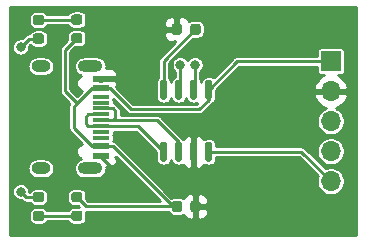
<source format=gbr>
G04 #@! TF.GenerationSoftware,KiCad,Pcbnew,(5.1.6)-1*
G04 #@! TF.CreationDate,2020-11-21T21:50:24+04:00*
G04 #@! TF.ProjectId,CH330N-USB-TO-UART-BOARD,43483333-304e-42d5-9553-422d544f2d55,rev?*
G04 #@! TF.SameCoordinates,Original*
G04 #@! TF.FileFunction,Copper,L1,Top*
G04 #@! TF.FilePolarity,Positive*
%FSLAX46Y46*%
G04 Gerber Fmt 4.6, Leading zero omitted, Abs format (unit mm)*
G04 Created by KiCad (PCBNEW (5.1.6)-1) date 2020-11-21 21:50:24*
%MOMM*%
%LPD*%
G01*
G04 APERTURE LIST*
G04 #@! TA.AperFunction,SMDPad,CuDef*
%ADD10R,1.450000X0.600000*%
G04 #@! TD*
G04 #@! TA.AperFunction,SMDPad,CuDef*
%ADD11R,1.450000X0.300000*%
G04 #@! TD*
G04 #@! TA.AperFunction,ComponentPad*
%ADD12O,2.100000X1.000000*%
G04 #@! TD*
G04 #@! TA.AperFunction,ComponentPad*
%ADD13O,1.600000X1.000000*%
G04 #@! TD*
G04 #@! TA.AperFunction,ComponentPad*
%ADD14O,1.700000X1.700000*%
G04 #@! TD*
G04 #@! TA.AperFunction,ComponentPad*
%ADD15R,1.700000X1.700000*%
G04 #@! TD*
G04 #@! TA.AperFunction,ViaPad*
%ADD16C,0.800000*%
G04 #@! TD*
G04 #@! TA.AperFunction,Conductor*
%ADD17C,0.250000*%
G04 #@! TD*
G04 #@! TA.AperFunction,Conductor*
%ADD18C,0.254000*%
G04 #@! TD*
G04 APERTURE END LIST*
G04 #@! TO.P,D1,2*
G04 #@! TO.N,Net-(D1-Pad2)*
G04 #@! TA.AperFunction,SMDPad,CuDef*
G36*
G01*
X102493750Y-102600000D02*
X103006250Y-102600000D01*
G75*
G02*
X103225000Y-102818750I0J-218750D01*
G01*
X103225000Y-103256250D01*
G75*
G02*
X103006250Y-103475000I-218750J0D01*
G01*
X102493750Y-103475000D01*
G75*
G02*
X102275000Y-103256250I0J218750D01*
G01*
X102275000Y-102818750D01*
G75*
G02*
X102493750Y-102600000I218750J0D01*
G01*
G37*
G04 #@! TD.AperFunction*
G04 #@! TO.P,D1,1*
G04 #@! TO.N,/RX*
G04 #@! TA.AperFunction,SMDPad,CuDef*
G36*
G01*
X102493750Y-101025000D02*
X103006250Y-101025000D01*
G75*
G02*
X103225000Y-101243750I0J-218750D01*
G01*
X103225000Y-101681250D01*
G75*
G02*
X103006250Y-101900000I-218750J0D01*
G01*
X102493750Y-101900000D01*
G75*
G02*
X102275000Y-101681250I0J218750D01*
G01*
X102275000Y-101243750D01*
G75*
G02*
X102493750Y-101025000I218750J0D01*
G01*
G37*
G04 #@! TD.AperFunction*
G04 #@! TD*
G04 #@! TO.P,D2,2*
G04 #@! TO.N,Net-(D2-Pad2)*
G04 #@! TA.AperFunction,SMDPad,CuDef*
G36*
G01*
X103006250Y-86900000D02*
X102493750Y-86900000D01*
G75*
G02*
X102275000Y-86681250I0J218750D01*
G01*
X102275000Y-86243750D01*
G75*
G02*
X102493750Y-86025000I218750J0D01*
G01*
X103006250Y-86025000D01*
G75*
G02*
X103225000Y-86243750I0J-218750D01*
G01*
X103225000Y-86681250D01*
G75*
G02*
X103006250Y-86900000I-218750J0D01*
G01*
G37*
G04 #@! TD.AperFunction*
G04 #@! TO.P,D2,1*
G04 #@! TO.N,/TX*
G04 #@! TA.AperFunction,SMDPad,CuDef*
G36*
G01*
X103006250Y-88475000D02*
X102493750Y-88475000D01*
G75*
G02*
X102275000Y-88256250I0J218750D01*
G01*
X102275000Y-87818750D01*
G75*
G02*
X102493750Y-87600000I218750J0D01*
G01*
X103006250Y-87600000D01*
G75*
G02*
X103225000Y-87818750I0J-218750D01*
G01*
X103225000Y-88256250D01*
G75*
G02*
X103006250Y-88475000I-218750J0D01*
G01*
G37*
G04 #@! TD.AperFunction*
G04 #@! TD*
G04 #@! TO.P,R1,2*
G04 #@! TO.N,Net-(D1-Pad2)*
G04 #@! TA.AperFunction,SMDPad,CuDef*
G36*
G01*
X105743750Y-102600000D02*
X106256250Y-102600000D01*
G75*
G02*
X106475000Y-102818750I0J-218750D01*
G01*
X106475000Y-103256250D01*
G75*
G02*
X106256250Y-103475000I-218750J0D01*
G01*
X105743750Y-103475000D01*
G75*
G02*
X105525000Y-103256250I0J218750D01*
G01*
X105525000Y-102818750D01*
G75*
G02*
X105743750Y-102600000I218750J0D01*
G01*
G37*
G04 #@! TD.AperFunction*
G04 #@! TO.P,R1,1*
G04 #@! TO.N,/VBUS*
G04 #@! TA.AperFunction,SMDPad,CuDef*
G36*
G01*
X105743750Y-101025000D02*
X106256250Y-101025000D01*
G75*
G02*
X106475000Y-101243750I0J-218750D01*
G01*
X106475000Y-101681250D01*
G75*
G02*
X106256250Y-101900000I-218750J0D01*
G01*
X105743750Y-101900000D01*
G75*
G02*
X105525000Y-101681250I0J218750D01*
G01*
X105525000Y-101243750D01*
G75*
G02*
X105743750Y-101025000I218750J0D01*
G01*
G37*
G04 #@! TD.AperFunction*
G04 #@! TD*
G04 #@! TO.P,C1,2*
G04 #@! TO.N,GND*
G04 #@! TA.AperFunction,SMDPad,CuDef*
G36*
G01*
X115600000Y-102506250D02*
X115600000Y-101993750D01*
G75*
G02*
X115818750Y-101775000I218750J0D01*
G01*
X116256250Y-101775000D01*
G75*
G02*
X116475000Y-101993750I0J-218750D01*
G01*
X116475000Y-102506250D01*
G75*
G02*
X116256250Y-102725000I-218750J0D01*
G01*
X115818750Y-102725000D01*
G75*
G02*
X115600000Y-102506250I0J218750D01*
G01*
G37*
G04 #@! TD.AperFunction*
G04 #@! TO.P,C1,1*
G04 #@! TO.N,/VBUS*
G04 #@! TA.AperFunction,SMDPad,CuDef*
G36*
G01*
X114025000Y-102506250D02*
X114025000Y-101993750D01*
G75*
G02*
X114243750Y-101775000I218750J0D01*
G01*
X114681250Y-101775000D01*
G75*
G02*
X114900000Y-101993750I0J-218750D01*
G01*
X114900000Y-102506250D01*
G75*
G02*
X114681250Y-102725000I-218750J0D01*
G01*
X114243750Y-102725000D01*
G75*
G02*
X114025000Y-102506250I0J218750D01*
G01*
G37*
G04 #@! TD.AperFunction*
G04 #@! TD*
G04 #@! TO.P,C2,2*
G04 #@! TO.N,GND*
G04 #@! TA.AperFunction,SMDPad,CuDef*
G36*
G01*
X114900000Y-86993750D02*
X114900000Y-87506250D01*
G75*
G02*
X114681250Y-87725000I-218750J0D01*
G01*
X114243750Y-87725000D01*
G75*
G02*
X114025000Y-87506250I0J218750D01*
G01*
X114025000Y-86993750D01*
G75*
G02*
X114243750Y-86775000I218750J0D01*
G01*
X114681250Y-86775000D01*
G75*
G02*
X114900000Y-86993750I0J-218750D01*
G01*
G37*
G04 #@! TD.AperFunction*
G04 #@! TO.P,C2,1*
G04 #@! TO.N,Net-(C2-Pad1)*
G04 #@! TA.AperFunction,SMDPad,CuDef*
G36*
G01*
X116475000Y-86993750D02*
X116475000Y-87506250D01*
G75*
G02*
X116256250Y-87725000I-218750J0D01*
G01*
X115818750Y-87725000D01*
G75*
G02*
X115600000Y-87506250I0J218750D01*
G01*
X115600000Y-86993750D01*
G75*
G02*
X115818750Y-86775000I218750J0D01*
G01*
X116256250Y-86775000D01*
G75*
G02*
X116475000Y-86993750I0J-218750D01*
G01*
G37*
G04 #@! TD.AperFunction*
G04 #@! TD*
G04 #@! TO.P,R2,2*
G04 #@! TO.N,Net-(D2-Pad2)*
G04 #@! TA.AperFunction,SMDPad,CuDef*
G36*
G01*
X106256250Y-86862500D02*
X105743750Y-86862500D01*
G75*
G02*
X105525000Y-86643750I0J218750D01*
G01*
X105525000Y-86206250D01*
G75*
G02*
X105743750Y-85987500I218750J0D01*
G01*
X106256250Y-85987500D01*
G75*
G02*
X106475000Y-86206250I0J-218750D01*
G01*
X106475000Y-86643750D01*
G75*
G02*
X106256250Y-86862500I-218750J0D01*
G01*
G37*
G04 #@! TD.AperFunction*
G04 #@! TO.P,R2,1*
G04 #@! TO.N,/VBUS*
G04 #@! TA.AperFunction,SMDPad,CuDef*
G36*
G01*
X106256250Y-88437500D02*
X105743750Y-88437500D01*
G75*
G02*
X105525000Y-88218750I0J218750D01*
G01*
X105525000Y-87781250D01*
G75*
G02*
X105743750Y-87562500I218750J0D01*
G01*
X106256250Y-87562500D01*
G75*
G02*
X106475000Y-87781250I0J-218750D01*
G01*
X106475000Y-88218750D01*
G75*
G02*
X106256250Y-88437500I-218750J0D01*
G01*
G37*
G04 #@! TD.AperFunction*
G04 #@! TD*
G04 #@! TO.P,U1,8*
G04 #@! TO.N,Net-(C2-Pad1)*
G04 #@! TA.AperFunction,SMDPad,CuDef*
G36*
G01*
X113495000Y-93200000D02*
X113195000Y-93200000D01*
G75*
G02*
X113045000Y-93050000I0J150000D01*
G01*
X113045000Y-91700000D01*
G75*
G02*
X113195000Y-91550000I150000J0D01*
G01*
X113495000Y-91550000D01*
G75*
G02*
X113645000Y-91700000I0J-150000D01*
G01*
X113645000Y-93050000D01*
G75*
G02*
X113495000Y-93200000I-150000J0D01*
G01*
G37*
G04 #@! TD.AperFunction*
G04 #@! TO.P,U1,7*
G04 #@! TO.N,/RX*
G04 #@! TA.AperFunction,SMDPad,CuDef*
G36*
G01*
X114765000Y-93200000D02*
X114465000Y-93200000D01*
G75*
G02*
X114315000Y-93050000I0J150000D01*
G01*
X114315000Y-91700000D01*
G75*
G02*
X114465000Y-91550000I150000J0D01*
G01*
X114765000Y-91550000D01*
G75*
G02*
X114915000Y-91700000I0J-150000D01*
G01*
X114915000Y-93050000D01*
G75*
G02*
X114765000Y-93200000I-150000J0D01*
G01*
G37*
G04 #@! TD.AperFunction*
G04 #@! TO.P,U1,6*
G04 #@! TO.N,/TX*
G04 #@! TA.AperFunction,SMDPad,CuDef*
G36*
G01*
X116035000Y-93200000D02*
X115735000Y-93200000D01*
G75*
G02*
X115585000Y-93050000I0J150000D01*
G01*
X115585000Y-91700000D01*
G75*
G02*
X115735000Y-91550000I150000J0D01*
G01*
X116035000Y-91550000D01*
G75*
G02*
X116185000Y-91700000I0J-150000D01*
G01*
X116185000Y-93050000D01*
G75*
G02*
X116035000Y-93200000I-150000J0D01*
G01*
G37*
G04 #@! TD.AperFunction*
G04 #@! TO.P,U1,5*
G04 #@! TO.N,/VBUS*
G04 #@! TA.AperFunction,SMDPad,CuDef*
G36*
G01*
X117305000Y-93200000D02*
X117005000Y-93200000D01*
G75*
G02*
X116855000Y-93050000I0J150000D01*
G01*
X116855000Y-91700000D01*
G75*
G02*
X117005000Y-91550000I150000J0D01*
G01*
X117305000Y-91550000D01*
G75*
G02*
X117455000Y-91700000I0J-150000D01*
G01*
X117455000Y-93050000D01*
G75*
G02*
X117305000Y-93200000I-150000J0D01*
G01*
G37*
G04 #@! TD.AperFunction*
G04 #@! TO.P,U1,4*
G04 #@! TO.N,/RTS*
G04 #@! TA.AperFunction,SMDPad,CuDef*
G36*
G01*
X117305000Y-98450000D02*
X117005000Y-98450000D01*
G75*
G02*
X116855000Y-98300000I0J150000D01*
G01*
X116855000Y-96950000D01*
G75*
G02*
X117005000Y-96800000I150000J0D01*
G01*
X117305000Y-96800000D01*
G75*
G02*
X117455000Y-96950000I0J-150000D01*
G01*
X117455000Y-98300000D01*
G75*
G02*
X117305000Y-98450000I-150000J0D01*
G01*
G37*
G04 #@! TD.AperFunction*
G04 #@! TO.P,U1,3*
G04 #@! TO.N,GND*
G04 #@! TA.AperFunction,SMDPad,CuDef*
G36*
G01*
X116035000Y-98450000D02*
X115735000Y-98450000D01*
G75*
G02*
X115585000Y-98300000I0J150000D01*
G01*
X115585000Y-96950000D01*
G75*
G02*
X115735000Y-96800000I150000J0D01*
G01*
X116035000Y-96800000D01*
G75*
G02*
X116185000Y-96950000I0J-150000D01*
G01*
X116185000Y-98300000D01*
G75*
G02*
X116035000Y-98450000I-150000J0D01*
G01*
G37*
G04 #@! TD.AperFunction*
G04 #@! TO.P,U1,2*
G04 #@! TO.N,/D-*
G04 #@! TA.AperFunction,SMDPad,CuDef*
G36*
G01*
X114765000Y-98450000D02*
X114465000Y-98450000D01*
G75*
G02*
X114315000Y-98300000I0J150000D01*
G01*
X114315000Y-96950000D01*
G75*
G02*
X114465000Y-96800000I150000J0D01*
G01*
X114765000Y-96800000D01*
G75*
G02*
X114915000Y-96950000I0J-150000D01*
G01*
X114915000Y-98300000D01*
G75*
G02*
X114765000Y-98450000I-150000J0D01*
G01*
G37*
G04 #@! TD.AperFunction*
G04 #@! TO.P,U1,1*
G04 #@! TO.N,/D+*
G04 #@! TA.AperFunction,SMDPad,CuDef*
G36*
G01*
X113495000Y-98450000D02*
X113195000Y-98450000D01*
G75*
G02*
X113045000Y-98300000I0J150000D01*
G01*
X113045000Y-96950000D01*
G75*
G02*
X113195000Y-96800000I150000J0D01*
G01*
X113495000Y-96800000D01*
G75*
G02*
X113645000Y-96950000I0J-150000D01*
G01*
X113645000Y-98300000D01*
G75*
G02*
X113495000Y-98450000I-150000J0D01*
G01*
G37*
G04 #@! TD.AperFunction*
G04 #@! TD*
D10*
G04 #@! TO.P,J1,B1*
G04 #@! TO.N,GND*
X108045000Y-97950000D03*
G04 #@! TO.P,J1,A9*
G04 #@! TO.N,/VBUS*
X108045000Y-97150000D03*
G04 #@! TO.P,J1,B9*
X108045000Y-92250000D03*
G04 #@! TO.P,J1,B12*
G04 #@! TO.N,GND*
X108045000Y-91450000D03*
G04 #@! TO.P,J1,A1*
X108045000Y-91450000D03*
G04 #@! TO.P,J1,A4*
G04 #@! TO.N,/VBUS*
X108045000Y-92250000D03*
G04 #@! TO.P,J1,B4*
X108045000Y-97150000D03*
G04 #@! TO.P,J1,A12*
G04 #@! TO.N,GND*
X108045000Y-97950000D03*
D11*
G04 #@! TO.P,J1,B8*
G04 #@! TO.N,Net-(J1-PadB8)*
X108045000Y-92950000D03*
G04 #@! TO.P,J1,A5*
G04 #@! TO.N,Net-(J1-PadA5)*
X108045000Y-93450000D03*
G04 #@! TO.P,J1,B7*
G04 #@! TO.N,/D-*
X108045000Y-93950000D03*
G04 #@! TO.P,J1,A7*
X108045000Y-94950000D03*
G04 #@! TO.P,J1,B6*
G04 #@! TO.N,/D+*
X108045000Y-95450000D03*
G04 #@! TO.P,J1,A8*
G04 #@! TO.N,Net-(J1-PadA8)*
X108045000Y-95950000D03*
G04 #@! TO.P,J1,B5*
G04 #@! TO.N,Net-(J1-PadB5)*
X108045000Y-96450000D03*
G04 #@! TO.P,J1,A6*
G04 #@! TO.N,/D+*
X108045000Y-94450000D03*
D12*
G04 #@! TO.P,J1,S1*
G04 #@! TO.N,Net-(J1-PadS1)*
X107130000Y-99020000D03*
X107130000Y-90380000D03*
D13*
X102950000Y-90380000D03*
X102950000Y-99020000D03*
G04 #@! TD*
D14*
G04 #@! TO.P,J2,5*
G04 #@! TO.N,/RTS*
X127500000Y-100120000D03*
G04 #@! TO.P,J2,4*
G04 #@! TO.N,/RX*
X127500000Y-97580000D03*
G04 #@! TO.P,J2,3*
G04 #@! TO.N,/TX*
X127500000Y-95040000D03*
G04 #@! TO.P,J2,2*
G04 #@! TO.N,GND*
X127500000Y-92500000D03*
D15*
G04 #@! TO.P,J2,1*
G04 #@! TO.N,/VBUS*
X127500000Y-89960000D03*
G04 #@! TD*
D16*
G04 #@! TO.N,/RX*
X101250000Y-101000000D03*
X114750000Y-90250000D03*
G04 #@! TO.N,/TX*
X101250000Y-88750000D03*
X116000000Y-90250000D03*
G04 #@! TD*
D17*
G04 #@! TO.N,GND*
X108045000Y-97950000D02*
X108045000Y-98045000D01*
X108045000Y-98045000D02*
X109000000Y-99000000D01*
G04 #@! TO.N,/VBUS*
X105750000Y-95615002D02*
X107284998Y-97150000D01*
X107284998Y-97150000D02*
X108045000Y-97150000D01*
X105750000Y-93784998D02*
X105750000Y-95615002D01*
X108045000Y-92250000D02*
X107284998Y-92250000D01*
X114120000Y-102250000D02*
X114462500Y-102250000D01*
X109020000Y-97150000D02*
X114120000Y-102250000D01*
X108045000Y-97150000D02*
X109020000Y-97150000D01*
X119570000Y-89960000D02*
X117155000Y-92375000D01*
X127500000Y-89960000D02*
X119570000Y-89960000D01*
X106787500Y-102250000D02*
X106000000Y-101462500D01*
X114462500Y-102250000D02*
X106787500Y-102250000D01*
X107284998Y-92250000D02*
X106017499Y-93517499D01*
X106017499Y-93517499D02*
X105750000Y-93784998D01*
X105000000Y-92500000D02*
X106017499Y-93517499D01*
X106000000Y-88000000D02*
X105000000Y-89000000D01*
X105000000Y-89000000D02*
X105000000Y-92500000D01*
X108805002Y-92250000D02*
X108045000Y-92250000D01*
X110555002Y-94000000D02*
X108805002Y-92250000D01*
X116355000Y-94000000D02*
X110555002Y-94000000D01*
X117155000Y-92375000D02*
X117155000Y-93200000D01*
X117155000Y-93200000D02*
X116355000Y-94000000D01*
G04 #@! TO.N,Net-(C2-Pad1)*
X113345000Y-89942500D02*
X113345000Y-92375000D01*
X116037500Y-87250000D02*
X113345000Y-89942500D01*
G04 #@! TO.N,Net-(D1-Pad2)*
X106000000Y-103037500D02*
X102750000Y-103037500D01*
G04 #@! TO.N,/RX*
X114750000Y-92240000D02*
X114615000Y-92375000D01*
X114750000Y-90250000D02*
X114750000Y-92240000D01*
X101712500Y-101462500D02*
X101250000Y-101000000D01*
X102750000Y-101462500D02*
X101712500Y-101462500D01*
G04 #@! TO.N,Net-(D2-Pad2)*
X102787500Y-86425000D02*
X102750000Y-86462500D01*
X106000000Y-86425000D02*
X102787500Y-86425000D01*
G04 #@! TO.N,/TX*
X116000000Y-92260000D02*
X115885000Y-92375000D01*
X116000000Y-90250000D02*
X116000000Y-92260000D01*
X101962500Y-88037500D02*
X101250000Y-88750000D01*
X102750000Y-88037500D02*
X101962500Y-88037500D01*
G04 #@! TO.N,/D-*
X109050000Y-94950000D02*
X108045000Y-94950000D01*
X109250000Y-94750000D02*
X109050000Y-94950000D01*
X109250000Y-94180000D02*
X109250000Y-94750000D01*
X108045000Y-93950000D02*
X109020000Y-93950000D01*
X109020000Y-93950000D02*
X109250000Y-94180000D01*
X108045000Y-94950000D02*
X112765000Y-94950000D01*
X114615000Y-96800000D02*
X114615000Y-97625000D01*
X112765000Y-94950000D02*
X114615000Y-96800000D01*
G04 #@! TO.N,/D+*
X106950000Y-95450000D02*
X108045000Y-95450000D01*
X106750000Y-95250000D02*
X106950000Y-95450000D01*
X106750000Y-94642499D02*
X106750000Y-95250000D01*
X108045000Y-94450000D02*
X106942499Y-94450000D01*
X106942499Y-94450000D02*
X106750000Y-94642499D01*
X111170000Y-95450000D02*
X113345000Y-97625000D01*
X108045000Y-95450000D02*
X111170000Y-95450000D01*
G04 #@! TO.N,/RTS*
X125005000Y-97625000D02*
X127500000Y-100120000D01*
X117155000Y-97625000D02*
X125005000Y-97625000D01*
G04 #@! TD*
D18*
G04 #@! TO.N,GND*
G36*
X129640001Y-104640000D02*
G01*
X100360000Y-104640000D01*
X100360000Y-102818750D01*
X101938380Y-102818750D01*
X101938380Y-103256250D01*
X101949051Y-103364597D01*
X101980655Y-103468781D01*
X102031977Y-103564797D01*
X102101044Y-103648956D01*
X102185203Y-103718023D01*
X102281219Y-103769345D01*
X102385403Y-103800949D01*
X102493750Y-103811620D01*
X103006250Y-103811620D01*
X103114597Y-103800949D01*
X103218781Y-103769345D01*
X103314797Y-103718023D01*
X103398956Y-103648956D01*
X103468023Y-103564797D01*
X103503994Y-103497500D01*
X105246006Y-103497500D01*
X105281977Y-103564797D01*
X105351044Y-103648956D01*
X105435203Y-103718023D01*
X105531219Y-103769345D01*
X105635403Y-103800949D01*
X105743750Y-103811620D01*
X106256250Y-103811620D01*
X106364597Y-103800949D01*
X106468781Y-103769345D01*
X106564797Y-103718023D01*
X106648956Y-103648956D01*
X106718023Y-103564797D01*
X106769345Y-103468781D01*
X106800949Y-103364597D01*
X106811620Y-103256250D01*
X106811620Y-102818750D01*
X106800997Y-102710895D01*
X106810081Y-102710000D01*
X113727991Y-102710000D01*
X113730655Y-102718781D01*
X113781977Y-102814797D01*
X113851044Y-102898956D01*
X113935203Y-102968023D01*
X114031219Y-103019345D01*
X114135403Y-103050949D01*
X114243750Y-103061620D01*
X114681250Y-103061620D01*
X114789597Y-103050949D01*
X114893781Y-103019345D01*
X114989797Y-102968023D01*
X115006091Y-102954651D01*
X115010498Y-102969180D01*
X115069463Y-103079494D01*
X115148815Y-103176185D01*
X115245506Y-103255537D01*
X115355820Y-103314502D01*
X115475518Y-103350812D01*
X115600000Y-103363072D01*
X115751750Y-103360000D01*
X115910500Y-103201250D01*
X115910500Y-102377000D01*
X116164500Y-102377000D01*
X116164500Y-103201250D01*
X116323250Y-103360000D01*
X116475000Y-103363072D01*
X116599482Y-103350812D01*
X116719180Y-103314502D01*
X116829494Y-103255537D01*
X116926185Y-103176185D01*
X117005537Y-103079494D01*
X117064502Y-102969180D01*
X117100812Y-102849482D01*
X117113072Y-102725000D01*
X117110000Y-102535750D01*
X116951250Y-102377000D01*
X116164500Y-102377000D01*
X115910500Y-102377000D01*
X115890500Y-102377000D01*
X115890500Y-102123000D01*
X115910500Y-102123000D01*
X115910500Y-101298750D01*
X116164500Y-101298750D01*
X116164500Y-102123000D01*
X116951250Y-102123000D01*
X117110000Y-101964250D01*
X117113072Y-101775000D01*
X117100812Y-101650518D01*
X117064502Y-101530820D01*
X117005537Y-101420506D01*
X116926185Y-101323815D01*
X116829494Y-101244463D01*
X116719180Y-101185498D01*
X116599482Y-101149188D01*
X116475000Y-101136928D01*
X116323250Y-101140000D01*
X116164500Y-101298750D01*
X115910500Y-101298750D01*
X115751750Y-101140000D01*
X115600000Y-101136928D01*
X115475518Y-101149188D01*
X115355820Y-101185498D01*
X115245506Y-101244463D01*
X115148815Y-101323815D01*
X115069463Y-101420506D01*
X115010498Y-101530820D01*
X115006091Y-101545349D01*
X114989797Y-101531977D01*
X114893781Y-101480655D01*
X114789597Y-101449051D01*
X114681250Y-101438380D01*
X114243750Y-101438380D01*
X114135403Y-101449051D01*
X114031219Y-101480655D01*
X114011652Y-101491114D01*
X109361245Y-96840708D01*
X109346842Y-96823158D01*
X109276798Y-96765674D01*
X109196886Y-96722960D01*
X109110176Y-96696657D01*
X109091316Y-96694799D01*
X109100152Y-96665671D01*
X109106620Y-96600000D01*
X109106620Y-96300000D01*
X109100152Y-96234329D01*
X109089738Y-96200000D01*
X109100152Y-96165671D01*
X109106620Y-96100000D01*
X109106620Y-95910000D01*
X110979463Y-95910000D01*
X112708380Y-97638918D01*
X112708380Y-98300000D01*
X112717730Y-98394935D01*
X112745422Y-98486221D01*
X112790390Y-98570352D01*
X112850908Y-98644092D01*
X112924648Y-98704610D01*
X113008779Y-98749578D01*
X113100065Y-98777270D01*
X113195000Y-98786620D01*
X113495000Y-98786620D01*
X113589935Y-98777270D01*
X113681221Y-98749578D01*
X113765352Y-98704610D01*
X113839092Y-98644092D01*
X113899610Y-98570352D01*
X113944578Y-98486221D01*
X113972270Y-98394935D01*
X113980000Y-98316449D01*
X113987730Y-98394935D01*
X114015422Y-98486221D01*
X114060390Y-98570352D01*
X114120908Y-98644092D01*
X114194648Y-98704610D01*
X114278779Y-98749578D01*
X114370065Y-98777270D01*
X114465000Y-98786620D01*
X114765000Y-98786620D01*
X114859935Y-98777270D01*
X114951221Y-98749578D01*
X115008690Y-98718861D01*
X115054463Y-98804494D01*
X115133815Y-98901185D01*
X115230506Y-98980537D01*
X115340820Y-99039502D01*
X115460518Y-99075812D01*
X115585000Y-99088072D01*
X115599250Y-99085000D01*
X115758000Y-98926250D01*
X115758000Y-97752000D01*
X115738000Y-97752000D01*
X115738000Y-97498000D01*
X115758000Y-97498000D01*
X115758000Y-96323750D01*
X116012000Y-96323750D01*
X116012000Y-97498000D01*
X116032000Y-97498000D01*
X116032000Y-97752000D01*
X116012000Y-97752000D01*
X116012000Y-98926250D01*
X116170750Y-99085000D01*
X116185000Y-99088072D01*
X116309482Y-99075812D01*
X116429180Y-99039502D01*
X116539494Y-98980537D01*
X116636185Y-98901185D01*
X116715537Y-98804494D01*
X116761310Y-98718861D01*
X116818779Y-98749578D01*
X116910065Y-98777270D01*
X117005000Y-98786620D01*
X117305000Y-98786620D01*
X117399935Y-98777270D01*
X117491221Y-98749578D01*
X117575352Y-98704610D01*
X117649092Y-98644092D01*
X117709610Y-98570352D01*
X117754578Y-98486221D01*
X117782270Y-98394935D01*
X117791620Y-98300000D01*
X117791620Y-98085000D01*
X124814463Y-98085000D01*
X126402502Y-99673040D01*
X126360539Y-99774348D01*
X126315000Y-100003288D01*
X126315000Y-100236712D01*
X126360539Y-100465652D01*
X126449866Y-100681308D01*
X126579550Y-100875394D01*
X126744606Y-101040450D01*
X126938692Y-101170134D01*
X127154348Y-101259461D01*
X127383288Y-101305000D01*
X127616712Y-101305000D01*
X127845652Y-101259461D01*
X128061308Y-101170134D01*
X128255394Y-101040450D01*
X128420450Y-100875394D01*
X128550134Y-100681308D01*
X128639461Y-100465652D01*
X128685000Y-100236712D01*
X128685000Y-100003288D01*
X128639461Y-99774348D01*
X128550134Y-99558692D01*
X128420450Y-99364606D01*
X128255394Y-99199550D01*
X128061308Y-99069866D01*
X127845652Y-98980539D01*
X127616712Y-98935000D01*
X127383288Y-98935000D01*
X127154348Y-98980539D01*
X127053040Y-99022502D01*
X125493826Y-97463288D01*
X126315000Y-97463288D01*
X126315000Y-97696712D01*
X126360539Y-97925652D01*
X126449866Y-98141308D01*
X126579550Y-98335394D01*
X126744606Y-98500450D01*
X126938692Y-98630134D01*
X127154348Y-98719461D01*
X127383288Y-98765000D01*
X127616712Y-98765000D01*
X127845652Y-98719461D01*
X128061308Y-98630134D01*
X128255394Y-98500450D01*
X128420450Y-98335394D01*
X128550134Y-98141308D01*
X128639461Y-97925652D01*
X128685000Y-97696712D01*
X128685000Y-97463288D01*
X128639461Y-97234348D01*
X128550134Y-97018692D01*
X128420450Y-96824606D01*
X128255394Y-96659550D01*
X128061308Y-96529866D01*
X127845652Y-96440539D01*
X127616712Y-96395000D01*
X127383288Y-96395000D01*
X127154348Y-96440539D01*
X126938692Y-96529866D01*
X126744606Y-96659550D01*
X126579550Y-96824606D01*
X126449866Y-97018692D01*
X126360539Y-97234348D01*
X126315000Y-97463288D01*
X125493826Y-97463288D01*
X125346245Y-97315708D01*
X125331842Y-97298158D01*
X125261798Y-97240674D01*
X125181886Y-97197960D01*
X125095176Y-97171657D01*
X125027590Y-97165000D01*
X125027582Y-97165000D01*
X125005000Y-97162776D01*
X124982418Y-97165000D01*
X117791620Y-97165000D01*
X117791620Y-96950000D01*
X117782270Y-96855065D01*
X117754578Y-96763779D01*
X117709610Y-96679648D01*
X117649092Y-96605908D01*
X117575352Y-96545390D01*
X117491221Y-96500422D01*
X117399935Y-96472730D01*
X117305000Y-96463380D01*
X117005000Y-96463380D01*
X116910065Y-96472730D01*
X116818779Y-96500422D01*
X116761310Y-96531139D01*
X116715537Y-96445506D01*
X116636185Y-96348815D01*
X116539494Y-96269463D01*
X116429180Y-96210498D01*
X116309482Y-96174188D01*
X116185000Y-96161928D01*
X116170750Y-96165000D01*
X116012000Y-96323750D01*
X115758000Y-96323750D01*
X115599250Y-96165000D01*
X115585000Y-96161928D01*
X115460518Y-96174188D01*
X115340820Y-96210498D01*
X115230506Y-96269463D01*
X115133815Y-96348815D01*
X115054463Y-96445506D01*
X115008690Y-96531139D01*
X114974373Y-96512797D01*
X114941842Y-96473158D01*
X114924299Y-96458761D01*
X113106245Y-94640708D01*
X113091842Y-94623158D01*
X113021798Y-94565674D01*
X112941886Y-94522960D01*
X112855176Y-94496657D01*
X112787590Y-94490000D01*
X112787582Y-94490000D01*
X112765000Y-94487776D01*
X112742418Y-94490000D01*
X109710000Y-94490000D01*
X109710000Y-94202581D01*
X109712224Y-94179999D01*
X109710000Y-94157417D01*
X109710000Y-94157410D01*
X109703343Y-94089824D01*
X109677040Y-94003114D01*
X109634326Y-93923202D01*
X109576842Y-93853158D01*
X109559293Y-93838756D01*
X109361245Y-93640708D01*
X109346842Y-93623158D01*
X109276798Y-93565674D01*
X109196886Y-93522960D01*
X109110176Y-93496657D01*
X109106620Y-93496307D01*
X109106620Y-93300000D01*
X109100152Y-93234329D01*
X109089738Y-93200000D01*
X109093166Y-93188701D01*
X110213761Y-94309297D01*
X110228160Y-94326842D01*
X110245704Y-94341240D01*
X110245706Y-94341242D01*
X110289326Y-94377040D01*
X110298204Y-94384326D01*
X110378116Y-94427040D01*
X110464826Y-94453343D01*
X110532412Y-94460000D01*
X110532420Y-94460000D01*
X110555002Y-94462224D01*
X110577584Y-94460000D01*
X116332418Y-94460000D01*
X116355000Y-94462224D01*
X116377582Y-94460000D01*
X116377590Y-94460000D01*
X116445176Y-94453343D01*
X116531886Y-94427040D01*
X116611798Y-94384326D01*
X116681842Y-94326842D01*
X116696245Y-94309292D01*
X117464297Y-93541241D01*
X117481842Y-93526842D01*
X117506615Y-93496657D01*
X117514373Y-93487203D01*
X117575352Y-93454610D01*
X117649092Y-93394092D01*
X117709610Y-93320352D01*
X117754578Y-93236221D01*
X117782270Y-93144935D01*
X117791620Y-93050000D01*
X117791620Y-92856890D01*
X126058524Y-92856890D01*
X126103175Y-93004099D01*
X126228359Y-93266920D01*
X126402412Y-93500269D01*
X126618645Y-93695178D01*
X126868748Y-93844157D01*
X127095918Y-93924741D01*
X126938692Y-93989866D01*
X126744606Y-94119550D01*
X126579550Y-94284606D01*
X126449866Y-94478692D01*
X126360539Y-94694348D01*
X126315000Y-94923288D01*
X126315000Y-95156712D01*
X126360539Y-95385652D01*
X126449866Y-95601308D01*
X126579550Y-95795394D01*
X126744606Y-95960450D01*
X126938692Y-96090134D01*
X127154348Y-96179461D01*
X127383288Y-96225000D01*
X127616712Y-96225000D01*
X127845652Y-96179461D01*
X128061308Y-96090134D01*
X128255394Y-95960450D01*
X128420450Y-95795394D01*
X128550134Y-95601308D01*
X128639461Y-95385652D01*
X128685000Y-95156712D01*
X128685000Y-94923288D01*
X128639461Y-94694348D01*
X128550134Y-94478692D01*
X128420450Y-94284606D01*
X128255394Y-94119550D01*
X128061308Y-93989866D01*
X127904082Y-93924741D01*
X128131252Y-93844157D01*
X128381355Y-93695178D01*
X128597588Y-93500269D01*
X128771641Y-93266920D01*
X128896825Y-93004099D01*
X128941476Y-92856890D01*
X128820155Y-92627000D01*
X127627000Y-92627000D01*
X127627000Y-92647000D01*
X127373000Y-92647000D01*
X127373000Y-92627000D01*
X126179845Y-92627000D01*
X126058524Y-92856890D01*
X117791620Y-92856890D01*
X117791620Y-92388917D01*
X119760538Y-90420000D01*
X126313380Y-90420000D01*
X126313380Y-90810000D01*
X126319848Y-90875671D01*
X126339004Y-90938819D01*
X126370111Y-90997016D01*
X126411974Y-91048026D01*
X126462984Y-91089889D01*
X126521181Y-91120996D01*
X126584329Y-91140152D01*
X126650000Y-91146620D01*
X126894748Y-91146620D01*
X126868748Y-91155843D01*
X126618645Y-91304822D01*
X126402412Y-91499731D01*
X126228359Y-91733080D01*
X126103175Y-91995901D01*
X126058524Y-92143110D01*
X126179845Y-92373000D01*
X127373000Y-92373000D01*
X127373000Y-92353000D01*
X127627000Y-92353000D01*
X127627000Y-92373000D01*
X128820155Y-92373000D01*
X128941476Y-92143110D01*
X128896825Y-91995901D01*
X128771641Y-91733080D01*
X128597588Y-91499731D01*
X128381355Y-91304822D01*
X128131252Y-91155843D01*
X128105252Y-91146620D01*
X128350000Y-91146620D01*
X128415671Y-91140152D01*
X128478819Y-91120996D01*
X128537016Y-91089889D01*
X128588026Y-91048026D01*
X128629889Y-90997016D01*
X128660996Y-90938819D01*
X128680152Y-90875671D01*
X128686620Y-90810000D01*
X128686620Y-89110000D01*
X128680152Y-89044329D01*
X128660996Y-88981181D01*
X128629889Y-88922984D01*
X128588026Y-88871974D01*
X128537016Y-88830111D01*
X128478819Y-88799004D01*
X128415671Y-88779848D01*
X128350000Y-88773380D01*
X126650000Y-88773380D01*
X126584329Y-88779848D01*
X126521181Y-88799004D01*
X126462984Y-88830111D01*
X126411974Y-88871974D01*
X126370111Y-88922984D01*
X126339004Y-88981181D01*
X126319848Y-89044329D01*
X126313380Y-89110000D01*
X126313380Y-89500000D01*
X119592582Y-89500000D01*
X119570000Y-89497776D01*
X119547418Y-89500000D01*
X119547410Y-89500000D01*
X119479824Y-89506657D01*
X119393114Y-89532960D01*
X119313202Y-89575674D01*
X119264482Y-89615658D01*
X119243158Y-89633158D01*
X119228759Y-89650703D01*
X117580142Y-91299321D01*
X117575352Y-91295390D01*
X117491221Y-91250422D01*
X117399935Y-91222730D01*
X117305000Y-91213380D01*
X117005000Y-91213380D01*
X116910065Y-91222730D01*
X116818779Y-91250422D01*
X116734648Y-91295390D01*
X116660908Y-91355908D01*
X116600390Y-91429648D01*
X116555422Y-91513779D01*
X116527730Y-91605065D01*
X116520000Y-91683551D01*
X116512270Y-91605065D01*
X116484578Y-91513779D01*
X116460000Y-91467796D01*
X116460000Y-90826615D01*
X116468535Y-90820912D01*
X116570912Y-90718535D01*
X116651348Y-90598153D01*
X116706754Y-90464391D01*
X116735000Y-90322391D01*
X116735000Y-90177609D01*
X116706754Y-90035609D01*
X116651348Y-89901847D01*
X116570912Y-89781465D01*
X116468535Y-89679088D01*
X116348153Y-89598652D01*
X116214391Y-89543246D01*
X116072391Y-89515000D01*
X115927609Y-89515000D01*
X115785609Y-89543246D01*
X115651847Y-89598652D01*
X115531465Y-89679088D01*
X115429088Y-89781465D01*
X115375000Y-89862414D01*
X115320912Y-89781465D01*
X115218535Y-89679088D01*
X115098153Y-89598652D01*
X114964391Y-89543246D01*
X114822391Y-89515000D01*
X114677609Y-89515000D01*
X114535609Y-89543246D01*
X114401847Y-89598652D01*
X114281465Y-89679088D01*
X114179088Y-89781465D01*
X114098652Y-89901847D01*
X114043246Y-90035609D01*
X114015000Y-90177609D01*
X114015000Y-90322391D01*
X114043246Y-90464391D01*
X114098652Y-90598153D01*
X114179088Y-90718535D01*
X114281465Y-90820912D01*
X114290000Y-90826615D01*
X114290001Y-91247018D01*
X114278779Y-91250422D01*
X114194648Y-91295390D01*
X114120908Y-91355908D01*
X114060390Y-91429648D01*
X114015422Y-91513779D01*
X113987730Y-91605065D01*
X113980000Y-91683551D01*
X113972270Y-91605065D01*
X113944578Y-91513779D01*
X113899610Y-91429648D01*
X113839092Y-91355908D01*
X113805000Y-91327929D01*
X113805000Y-90133037D01*
X115876418Y-88061620D01*
X116256250Y-88061620D01*
X116364597Y-88050949D01*
X116468781Y-88019345D01*
X116564797Y-87968023D01*
X116648956Y-87898956D01*
X116718023Y-87814797D01*
X116769345Y-87718781D01*
X116800949Y-87614597D01*
X116811620Y-87506250D01*
X116811620Y-86993750D01*
X116800949Y-86885403D01*
X116769345Y-86781219D01*
X116718023Y-86685203D01*
X116648956Y-86601044D01*
X116564797Y-86531977D01*
X116468781Y-86480655D01*
X116364597Y-86449051D01*
X116256250Y-86438380D01*
X115818750Y-86438380D01*
X115710403Y-86449051D01*
X115606219Y-86480655D01*
X115510203Y-86531977D01*
X115493909Y-86545349D01*
X115489502Y-86530820D01*
X115430537Y-86420506D01*
X115351185Y-86323815D01*
X115254494Y-86244463D01*
X115144180Y-86185498D01*
X115024482Y-86149188D01*
X114900000Y-86136928D01*
X114748250Y-86140000D01*
X114589500Y-86298750D01*
X114589500Y-87123000D01*
X114609500Y-87123000D01*
X114609500Y-87377000D01*
X114589500Y-87377000D01*
X114589500Y-87397000D01*
X114335500Y-87397000D01*
X114335500Y-87377000D01*
X113548750Y-87377000D01*
X113390000Y-87535750D01*
X113386928Y-87725000D01*
X113399188Y-87849482D01*
X113435498Y-87969180D01*
X113494463Y-88079494D01*
X113573815Y-88176185D01*
X113670506Y-88255537D01*
X113780820Y-88314502D01*
X113900518Y-88350812D01*
X114025000Y-88363072D01*
X114176750Y-88360000D01*
X114335498Y-88201252D01*
X114335498Y-88301464D01*
X113035708Y-89601255D01*
X113018158Y-89615658D01*
X112960674Y-89685703D01*
X112917960Y-89765615D01*
X112891657Y-89852325D01*
X112885000Y-89919911D01*
X112885000Y-89919918D01*
X112882776Y-89942500D01*
X112885000Y-89965082D01*
X112885001Y-91327928D01*
X112850908Y-91355908D01*
X112790390Y-91429648D01*
X112745422Y-91513779D01*
X112717730Y-91605065D01*
X112708380Y-91700000D01*
X112708380Y-93050000D01*
X112717730Y-93144935D01*
X112745422Y-93236221D01*
X112790390Y-93320352D01*
X112850908Y-93394092D01*
X112924648Y-93454610D01*
X113008779Y-93499578D01*
X113100065Y-93527270D01*
X113195000Y-93536620D01*
X113495000Y-93536620D01*
X113589935Y-93527270D01*
X113681221Y-93499578D01*
X113765352Y-93454610D01*
X113839092Y-93394092D01*
X113899610Y-93320352D01*
X113944578Y-93236221D01*
X113972270Y-93144935D01*
X113980000Y-93066449D01*
X113987730Y-93144935D01*
X114015422Y-93236221D01*
X114060390Y-93320352D01*
X114120908Y-93394092D01*
X114194648Y-93454610D01*
X114278779Y-93499578D01*
X114370065Y-93527270D01*
X114465000Y-93536620D01*
X114765000Y-93536620D01*
X114859935Y-93527270D01*
X114951221Y-93499578D01*
X115035352Y-93454610D01*
X115109092Y-93394092D01*
X115169610Y-93320352D01*
X115214578Y-93236221D01*
X115242270Y-93144935D01*
X115250000Y-93066449D01*
X115257730Y-93144935D01*
X115285422Y-93236221D01*
X115330390Y-93320352D01*
X115390908Y-93394092D01*
X115464648Y-93454610D01*
X115548779Y-93499578D01*
X115640065Y-93527270D01*
X115735000Y-93536620D01*
X116035000Y-93536620D01*
X116129935Y-93527270D01*
X116197771Y-93506692D01*
X116164463Y-93540000D01*
X110745540Y-93540000D01*
X109303845Y-92098306D01*
X109359502Y-91994180D01*
X109395812Y-91874482D01*
X109408072Y-91750000D01*
X109405000Y-91735750D01*
X109246250Y-91577000D01*
X108172000Y-91577000D01*
X108172000Y-91597000D01*
X107918000Y-91597000D01*
X107918000Y-91577000D01*
X107898000Y-91577000D01*
X107898000Y-91323000D01*
X107918000Y-91323000D01*
X107918000Y-91303000D01*
X108172000Y-91303000D01*
X108172000Y-91323000D01*
X109246250Y-91323000D01*
X109405000Y-91164250D01*
X109408072Y-91150000D01*
X109395812Y-91025518D01*
X109359502Y-90905820D01*
X109300537Y-90795506D01*
X109221185Y-90698815D01*
X109124494Y-90619463D01*
X109014180Y-90560498D01*
X108894482Y-90524188D01*
X108770000Y-90511928D01*
X108505864Y-90513775D01*
X108519040Y-90380000D01*
X108502918Y-90216311D01*
X108455172Y-90058913D01*
X108377636Y-89913854D01*
X108273291Y-89786709D01*
X108146146Y-89682364D01*
X108001087Y-89604828D01*
X107843689Y-89557082D01*
X107721019Y-89545000D01*
X106538981Y-89545000D01*
X106416311Y-89557082D01*
X106258913Y-89604828D01*
X106113854Y-89682364D01*
X105986709Y-89786709D01*
X105882364Y-89913854D01*
X105804828Y-90058913D01*
X105757082Y-90216311D01*
X105740960Y-90380000D01*
X105757082Y-90543689D01*
X105804828Y-90701087D01*
X105882364Y-90846146D01*
X105986709Y-90973291D01*
X106113854Y-91077636D01*
X106258913Y-91155172D01*
X106372817Y-91189724D01*
X106287373Y-91225116D01*
X106179275Y-91297345D01*
X106087345Y-91389275D01*
X106015116Y-91497373D01*
X105965364Y-91617485D01*
X105940000Y-91744996D01*
X105940000Y-91875004D01*
X105965364Y-92002515D01*
X106015116Y-92122627D01*
X106087345Y-92230725D01*
X106179275Y-92322655D01*
X106287373Y-92394884D01*
X106407485Y-92444636D01*
X106434459Y-92450002D01*
X106017499Y-92866962D01*
X105460000Y-92309463D01*
X105460000Y-89190537D01*
X105876418Y-88774120D01*
X106256250Y-88774120D01*
X106364597Y-88763449D01*
X106468781Y-88731845D01*
X106564797Y-88680523D01*
X106648956Y-88611456D01*
X106718023Y-88527297D01*
X106769345Y-88431281D01*
X106800949Y-88327097D01*
X106811620Y-88218750D01*
X106811620Y-87781250D01*
X106800949Y-87672903D01*
X106769345Y-87568719D01*
X106718023Y-87472703D01*
X106648956Y-87388544D01*
X106564797Y-87319477D01*
X106468781Y-87268155D01*
X106364597Y-87236551D01*
X106256250Y-87225880D01*
X105743750Y-87225880D01*
X105635403Y-87236551D01*
X105531219Y-87268155D01*
X105435203Y-87319477D01*
X105351044Y-87388544D01*
X105281977Y-87472703D01*
X105230655Y-87568719D01*
X105199051Y-87672903D01*
X105188380Y-87781250D01*
X105188380Y-88161082D01*
X104690708Y-88658755D01*
X104673158Y-88673158D01*
X104615674Y-88743203D01*
X104572960Y-88823115D01*
X104546657Y-88909825D01*
X104540000Y-88977411D01*
X104540000Y-88977418D01*
X104537776Y-89000000D01*
X104540000Y-89022582D01*
X104540001Y-92477408D01*
X104537776Y-92500000D01*
X104546657Y-92590175D01*
X104572960Y-92676885D01*
X104590661Y-92710000D01*
X104615675Y-92756798D01*
X104673159Y-92826842D01*
X104690703Y-92841240D01*
X105371078Y-93521616D01*
X105365674Y-93528201D01*
X105322960Y-93608113D01*
X105296657Y-93694823D01*
X105290000Y-93762409D01*
X105290000Y-93762416D01*
X105287776Y-93784998D01*
X105290000Y-93807580D01*
X105290001Y-95592410D01*
X105287776Y-95615002D01*
X105296657Y-95705177D01*
X105322960Y-95791887D01*
X105322961Y-95791888D01*
X105365675Y-95871800D01*
X105372314Y-95879889D01*
X105397843Y-95910996D01*
X105423159Y-95941844D01*
X105440703Y-95956242D01*
X106434459Y-96949998D01*
X106407485Y-96955364D01*
X106287373Y-97005116D01*
X106179275Y-97077345D01*
X106087345Y-97169275D01*
X106015116Y-97277373D01*
X105965364Y-97397485D01*
X105940000Y-97524996D01*
X105940000Y-97655004D01*
X105965364Y-97782515D01*
X106015116Y-97902627D01*
X106087345Y-98010725D01*
X106179275Y-98102655D01*
X106287373Y-98174884D01*
X106372817Y-98210276D01*
X106258913Y-98244828D01*
X106113854Y-98322364D01*
X105986709Y-98426709D01*
X105882364Y-98553854D01*
X105804828Y-98698913D01*
X105757082Y-98856311D01*
X105740960Y-99020000D01*
X105757082Y-99183689D01*
X105804828Y-99341087D01*
X105882364Y-99486146D01*
X105986709Y-99613291D01*
X106113854Y-99717636D01*
X106258913Y-99795172D01*
X106416311Y-99842918D01*
X106538981Y-99855000D01*
X107721019Y-99855000D01*
X107843689Y-99842918D01*
X108001087Y-99795172D01*
X108146146Y-99717636D01*
X108273291Y-99613291D01*
X108377636Y-99486146D01*
X108455172Y-99341087D01*
X108502918Y-99183689D01*
X108519040Y-99020000D01*
X108505864Y-98886225D01*
X108770000Y-98888072D01*
X108894482Y-98875812D01*
X109014180Y-98839502D01*
X109124494Y-98780537D01*
X109221185Y-98701185D01*
X109300537Y-98604494D01*
X109359502Y-98494180D01*
X109395812Y-98374482D01*
X109408072Y-98250000D01*
X109405000Y-98235750D01*
X109246252Y-98077002D01*
X109296465Y-98077002D01*
X113009462Y-101790000D01*
X106978038Y-101790000D01*
X106811620Y-101623582D01*
X106811620Y-101243750D01*
X106800949Y-101135403D01*
X106769345Y-101031219D01*
X106718023Y-100935203D01*
X106648956Y-100851044D01*
X106564797Y-100781977D01*
X106468781Y-100730655D01*
X106364597Y-100699051D01*
X106256250Y-100688380D01*
X105743750Y-100688380D01*
X105635403Y-100699051D01*
X105531219Y-100730655D01*
X105435203Y-100781977D01*
X105351044Y-100851044D01*
X105281977Y-100935203D01*
X105230655Y-101031219D01*
X105199051Y-101135403D01*
X105188380Y-101243750D01*
X105188380Y-101681250D01*
X105199051Y-101789597D01*
X105230655Y-101893781D01*
X105281977Y-101989797D01*
X105351044Y-102073956D01*
X105435203Y-102143023D01*
X105531219Y-102194345D01*
X105635403Y-102225949D01*
X105743750Y-102236620D01*
X106123582Y-102236620D01*
X106150342Y-102263380D01*
X105743750Y-102263380D01*
X105635403Y-102274051D01*
X105531219Y-102305655D01*
X105435203Y-102356977D01*
X105351044Y-102426044D01*
X105281977Y-102510203D01*
X105246006Y-102577500D01*
X103503994Y-102577500D01*
X103468023Y-102510203D01*
X103398956Y-102426044D01*
X103314797Y-102356977D01*
X103218781Y-102305655D01*
X103114597Y-102274051D01*
X103006250Y-102263380D01*
X102493750Y-102263380D01*
X102385403Y-102274051D01*
X102281219Y-102305655D01*
X102185203Y-102356977D01*
X102101044Y-102426044D01*
X102031977Y-102510203D01*
X101980655Y-102606219D01*
X101949051Y-102710403D01*
X101938380Y-102818750D01*
X100360000Y-102818750D01*
X100360000Y-100927609D01*
X100515000Y-100927609D01*
X100515000Y-101072391D01*
X100543246Y-101214391D01*
X100598652Y-101348153D01*
X100679088Y-101468535D01*
X100781465Y-101570912D01*
X100901847Y-101651348D01*
X101035609Y-101706754D01*
X101177609Y-101735000D01*
X101322391Y-101735000D01*
X101332459Y-101732997D01*
X101371257Y-101771795D01*
X101385658Y-101789342D01*
X101455702Y-101846826D01*
X101535614Y-101889540D01*
X101622324Y-101915843D01*
X101689910Y-101922500D01*
X101689918Y-101922500D01*
X101712500Y-101924724D01*
X101735082Y-101922500D01*
X101996006Y-101922500D01*
X102031977Y-101989797D01*
X102101044Y-102073956D01*
X102185203Y-102143023D01*
X102281219Y-102194345D01*
X102385403Y-102225949D01*
X102493750Y-102236620D01*
X103006250Y-102236620D01*
X103114597Y-102225949D01*
X103218781Y-102194345D01*
X103314797Y-102143023D01*
X103398956Y-102073956D01*
X103468023Y-101989797D01*
X103519345Y-101893781D01*
X103550949Y-101789597D01*
X103561620Y-101681250D01*
X103561620Y-101243750D01*
X103550949Y-101135403D01*
X103519345Y-101031219D01*
X103468023Y-100935203D01*
X103398956Y-100851044D01*
X103314797Y-100781977D01*
X103218781Y-100730655D01*
X103114597Y-100699051D01*
X103006250Y-100688380D01*
X102493750Y-100688380D01*
X102385403Y-100699051D01*
X102281219Y-100730655D01*
X102185203Y-100781977D01*
X102101044Y-100851044D01*
X102031977Y-100935203D01*
X101996006Y-101002500D01*
X101985000Y-101002500D01*
X101985000Y-100927609D01*
X101956754Y-100785609D01*
X101901348Y-100651847D01*
X101820912Y-100531465D01*
X101718535Y-100429088D01*
X101598153Y-100348652D01*
X101464391Y-100293246D01*
X101322391Y-100265000D01*
X101177609Y-100265000D01*
X101035609Y-100293246D01*
X100901847Y-100348652D01*
X100781465Y-100429088D01*
X100679088Y-100531465D01*
X100598652Y-100651847D01*
X100543246Y-100785609D01*
X100515000Y-100927609D01*
X100360000Y-100927609D01*
X100360000Y-99020000D01*
X101810960Y-99020000D01*
X101827082Y-99183689D01*
X101874828Y-99341087D01*
X101952364Y-99486146D01*
X102056709Y-99613291D01*
X102183854Y-99717636D01*
X102328913Y-99795172D01*
X102486311Y-99842918D01*
X102608981Y-99855000D01*
X103291019Y-99855000D01*
X103413689Y-99842918D01*
X103571087Y-99795172D01*
X103716146Y-99717636D01*
X103843291Y-99613291D01*
X103947636Y-99486146D01*
X104025172Y-99341087D01*
X104072918Y-99183689D01*
X104089040Y-99020000D01*
X104072918Y-98856311D01*
X104025172Y-98698913D01*
X103947636Y-98553854D01*
X103843291Y-98426709D01*
X103716146Y-98322364D01*
X103571087Y-98244828D01*
X103413689Y-98197082D01*
X103291019Y-98185000D01*
X102608981Y-98185000D01*
X102486311Y-98197082D01*
X102328913Y-98244828D01*
X102183854Y-98322364D01*
X102056709Y-98426709D01*
X101952364Y-98553854D01*
X101874828Y-98698913D01*
X101827082Y-98856311D01*
X101810960Y-99020000D01*
X100360000Y-99020000D01*
X100360000Y-90380000D01*
X101810960Y-90380000D01*
X101827082Y-90543689D01*
X101874828Y-90701087D01*
X101952364Y-90846146D01*
X102056709Y-90973291D01*
X102183854Y-91077636D01*
X102328913Y-91155172D01*
X102486311Y-91202918D01*
X102608981Y-91215000D01*
X103291019Y-91215000D01*
X103413689Y-91202918D01*
X103571087Y-91155172D01*
X103716146Y-91077636D01*
X103843291Y-90973291D01*
X103947636Y-90846146D01*
X104025172Y-90701087D01*
X104072918Y-90543689D01*
X104089040Y-90380000D01*
X104072918Y-90216311D01*
X104025172Y-90058913D01*
X103947636Y-89913854D01*
X103843291Y-89786709D01*
X103716146Y-89682364D01*
X103571087Y-89604828D01*
X103413689Y-89557082D01*
X103291019Y-89545000D01*
X102608981Y-89545000D01*
X102486311Y-89557082D01*
X102328913Y-89604828D01*
X102183854Y-89682364D01*
X102056709Y-89786709D01*
X101952364Y-89913854D01*
X101874828Y-90058913D01*
X101827082Y-90216311D01*
X101810960Y-90380000D01*
X100360000Y-90380000D01*
X100360000Y-88677609D01*
X100515000Y-88677609D01*
X100515000Y-88822391D01*
X100543246Y-88964391D01*
X100598652Y-89098153D01*
X100679088Y-89218535D01*
X100781465Y-89320912D01*
X100901847Y-89401348D01*
X101035609Y-89456754D01*
X101177609Y-89485000D01*
X101322391Y-89485000D01*
X101464391Y-89456754D01*
X101598153Y-89401348D01*
X101718535Y-89320912D01*
X101820912Y-89218535D01*
X101901348Y-89098153D01*
X101956754Y-88964391D01*
X101985000Y-88822391D01*
X101985000Y-88677609D01*
X101982997Y-88667540D01*
X102056211Y-88594327D01*
X102101044Y-88648956D01*
X102185203Y-88718023D01*
X102281219Y-88769345D01*
X102385403Y-88800949D01*
X102493750Y-88811620D01*
X103006250Y-88811620D01*
X103114597Y-88800949D01*
X103218781Y-88769345D01*
X103314797Y-88718023D01*
X103398956Y-88648956D01*
X103468023Y-88564797D01*
X103519345Y-88468781D01*
X103550949Y-88364597D01*
X103561620Y-88256250D01*
X103561620Y-87818750D01*
X103550949Y-87710403D01*
X103519345Y-87606219D01*
X103468023Y-87510203D01*
X103398956Y-87426044D01*
X103314797Y-87356977D01*
X103218781Y-87305655D01*
X103114597Y-87274051D01*
X103006250Y-87263380D01*
X102493750Y-87263380D01*
X102385403Y-87274051D01*
X102281219Y-87305655D01*
X102185203Y-87356977D01*
X102101044Y-87426044D01*
X102031977Y-87510203D01*
X101996006Y-87577500D01*
X101985081Y-87577500D01*
X101962499Y-87575276D01*
X101939917Y-87577500D01*
X101939910Y-87577500D01*
X101880854Y-87583317D01*
X101872323Y-87584157D01*
X101799595Y-87606219D01*
X101785614Y-87610460D01*
X101705702Y-87653174D01*
X101635658Y-87710658D01*
X101621259Y-87728203D01*
X101332460Y-88017003D01*
X101322391Y-88015000D01*
X101177609Y-88015000D01*
X101035609Y-88043246D01*
X100901847Y-88098652D01*
X100781465Y-88179088D01*
X100679088Y-88281465D01*
X100598652Y-88401847D01*
X100543246Y-88535609D01*
X100515000Y-88677609D01*
X100360000Y-88677609D01*
X100360000Y-86243750D01*
X101938380Y-86243750D01*
X101938380Y-86681250D01*
X101949051Y-86789597D01*
X101980655Y-86893781D01*
X102031977Y-86989797D01*
X102101044Y-87073956D01*
X102185203Y-87143023D01*
X102281219Y-87194345D01*
X102385403Y-87225949D01*
X102493750Y-87236620D01*
X103006250Y-87236620D01*
X103114597Y-87225949D01*
X103218781Y-87194345D01*
X103314797Y-87143023D01*
X103398956Y-87073956D01*
X103468023Y-86989797D01*
X103519345Y-86893781D01*
X103522009Y-86885000D01*
X105246006Y-86885000D01*
X105281977Y-86952297D01*
X105351044Y-87036456D01*
X105435203Y-87105523D01*
X105531219Y-87156845D01*
X105635403Y-87188449D01*
X105743750Y-87199120D01*
X106256250Y-87199120D01*
X106364597Y-87188449D01*
X106468781Y-87156845D01*
X106564797Y-87105523D01*
X106648956Y-87036456D01*
X106718023Y-86952297D01*
X106769345Y-86856281D01*
X106794001Y-86775000D01*
X113386928Y-86775000D01*
X113390000Y-86964250D01*
X113548750Y-87123000D01*
X114335500Y-87123000D01*
X114335500Y-86298750D01*
X114176750Y-86140000D01*
X114025000Y-86136928D01*
X113900518Y-86149188D01*
X113780820Y-86185498D01*
X113670506Y-86244463D01*
X113573815Y-86323815D01*
X113494463Y-86420506D01*
X113435498Y-86530820D01*
X113399188Y-86650518D01*
X113386928Y-86775000D01*
X106794001Y-86775000D01*
X106800949Y-86752097D01*
X106811620Y-86643750D01*
X106811620Y-86206250D01*
X106800949Y-86097903D01*
X106769345Y-85993719D01*
X106718023Y-85897703D01*
X106648956Y-85813544D01*
X106564797Y-85744477D01*
X106468781Y-85693155D01*
X106364597Y-85661551D01*
X106256250Y-85650880D01*
X105743750Y-85650880D01*
X105635403Y-85661551D01*
X105531219Y-85693155D01*
X105435203Y-85744477D01*
X105351044Y-85813544D01*
X105281977Y-85897703D01*
X105246006Y-85965000D01*
X103483950Y-85965000D01*
X103468023Y-85935203D01*
X103398956Y-85851044D01*
X103314797Y-85781977D01*
X103218781Y-85730655D01*
X103114597Y-85699051D01*
X103006250Y-85688380D01*
X102493750Y-85688380D01*
X102385403Y-85699051D01*
X102281219Y-85730655D01*
X102185203Y-85781977D01*
X102101044Y-85851044D01*
X102031977Y-85935203D01*
X101980655Y-86031219D01*
X101949051Y-86135403D01*
X101938380Y-86243750D01*
X100360000Y-86243750D01*
X100360000Y-85360000D01*
X129640000Y-85360000D01*
X129640001Y-104640000D01*
G37*
X129640001Y-104640000D02*
X100360000Y-104640000D01*
X100360000Y-102818750D01*
X101938380Y-102818750D01*
X101938380Y-103256250D01*
X101949051Y-103364597D01*
X101980655Y-103468781D01*
X102031977Y-103564797D01*
X102101044Y-103648956D01*
X102185203Y-103718023D01*
X102281219Y-103769345D01*
X102385403Y-103800949D01*
X102493750Y-103811620D01*
X103006250Y-103811620D01*
X103114597Y-103800949D01*
X103218781Y-103769345D01*
X103314797Y-103718023D01*
X103398956Y-103648956D01*
X103468023Y-103564797D01*
X103503994Y-103497500D01*
X105246006Y-103497500D01*
X105281977Y-103564797D01*
X105351044Y-103648956D01*
X105435203Y-103718023D01*
X105531219Y-103769345D01*
X105635403Y-103800949D01*
X105743750Y-103811620D01*
X106256250Y-103811620D01*
X106364597Y-103800949D01*
X106468781Y-103769345D01*
X106564797Y-103718023D01*
X106648956Y-103648956D01*
X106718023Y-103564797D01*
X106769345Y-103468781D01*
X106800949Y-103364597D01*
X106811620Y-103256250D01*
X106811620Y-102818750D01*
X106800997Y-102710895D01*
X106810081Y-102710000D01*
X113727991Y-102710000D01*
X113730655Y-102718781D01*
X113781977Y-102814797D01*
X113851044Y-102898956D01*
X113935203Y-102968023D01*
X114031219Y-103019345D01*
X114135403Y-103050949D01*
X114243750Y-103061620D01*
X114681250Y-103061620D01*
X114789597Y-103050949D01*
X114893781Y-103019345D01*
X114989797Y-102968023D01*
X115006091Y-102954651D01*
X115010498Y-102969180D01*
X115069463Y-103079494D01*
X115148815Y-103176185D01*
X115245506Y-103255537D01*
X115355820Y-103314502D01*
X115475518Y-103350812D01*
X115600000Y-103363072D01*
X115751750Y-103360000D01*
X115910500Y-103201250D01*
X115910500Y-102377000D01*
X116164500Y-102377000D01*
X116164500Y-103201250D01*
X116323250Y-103360000D01*
X116475000Y-103363072D01*
X116599482Y-103350812D01*
X116719180Y-103314502D01*
X116829494Y-103255537D01*
X116926185Y-103176185D01*
X117005537Y-103079494D01*
X117064502Y-102969180D01*
X117100812Y-102849482D01*
X117113072Y-102725000D01*
X117110000Y-102535750D01*
X116951250Y-102377000D01*
X116164500Y-102377000D01*
X115910500Y-102377000D01*
X115890500Y-102377000D01*
X115890500Y-102123000D01*
X115910500Y-102123000D01*
X115910500Y-101298750D01*
X116164500Y-101298750D01*
X116164500Y-102123000D01*
X116951250Y-102123000D01*
X117110000Y-101964250D01*
X117113072Y-101775000D01*
X117100812Y-101650518D01*
X117064502Y-101530820D01*
X117005537Y-101420506D01*
X116926185Y-101323815D01*
X116829494Y-101244463D01*
X116719180Y-101185498D01*
X116599482Y-101149188D01*
X116475000Y-101136928D01*
X116323250Y-101140000D01*
X116164500Y-101298750D01*
X115910500Y-101298750D01*
X115751750Y-101140000D01*
X115600000Y-101136928D01*
X115475518Y-101149188D01*
X115355820Y-101185498D01*
X115245506Y-101244463D01*
X115148815Y-101323815D01*
X115069463Y-101420506D01*
X115010498Y-101530820D01*
X115006091Y-101545349D01*
X114989797Y-101531977D01*
X114893781Y-101480655D01*
X114789597Y-101449051D01*
X114681250Y-101438380D01*
X114243750Y-101438380D01*
X114135403Y-101449051D01*
X114031219Y-101480655D01*
X114011652Y-101491114D01*
X109361245Y-96840708D01*
X109346842Y-96823158D01*
X109276798Y-96765674D01*
X109196886Y-96722960D01*
X109110176Y-96696657D01*
X109091316Y-96694799D01*
X109100152Y-96665671D01*
X109106620Y-96600000D01*
X109106620Y-96300000D01*
X109100152Y-96234329D01*
X109089738Y-96200000D01*
X109100152Y-96165671D01*
X109106620Y-96100000D01*
X109106620Y-95910000D01*
X110979463Y-95910000D01*
X112708380Y-97638918D01*
X112708380Y-98300000D01*
X112717730Y-98394935D01*
X112745422Y-98486221D01*
X112790390Y-98570352D01*
X112850908Y-98644092D01*
X112924648Y-98704610D01*
X113008779Y-98749578D01*
X113100065Y-98777270D01*
X113195000Y-98786620D01*
X113495000Y-98786620D01*
X113589935Y-98777270D01*
X113681221Y-98749578D01*
X113765352Y-98704610D01*
X113839092Y-98644092D01*
X113899610Y-98570352D01*
X113944578Y-98486221D01*
X113972270Y-98394935D01*
X113980000Y-98316449D01*
X113987730Y-98394935D01*
X114015422Y-98486221D01*
X114060390Y-98570352D01*
X114120908Y-98644092D01*
X114194648Y-98704610D01*
X114278779Y-98749578D01*
X114370065Y-98777270D01*
X114465000Y-98786620D01*
X114765000Y-98786620D01*
X114859935Y-98777270D01*
X114951221Y-98749578D01*
X115008690Y-98718861D01*
X115054463Y-98804494D01*
X115133815Y-98901185D01*
X115230506Y-98980537D01*
X115340820Y-99039502D01*
X115460518Y-99075812D01*
X115585000Y-99088072D01*
X115599250Y-99085000D01*
X115758000Y-98926250D01*
X115758000Y-97752000D01*
X115738000Y-97752000D01*
X115738000Y-97498000D01*
X115758000Y-97498000D01*
X115758000Y-96323750D01*
X116012000Y-96323750D01*
X116012000Y-97498000D01*
X116032000Y-97498000D01*
X116032000Y-97752000D01*
X116012000Y-97752000D01*
X116012000Y-98926250D01*
X116170750Y-99085000D01*
X116185000Y-99088072D01*
X116309482Y-99075812D01*
X116429180Y-99039502D01*
X116539494Y-98980537D01*
X116636185Y-98901185D01*
X116715537Y-98804494D01*
X116761310Y-98718861D01*
X116818779Y-98749578D01*
X116910065Y-98777270D01*
X117005000Y-98786620D01*
X117305000Y-98786620D01*
X117399935Y-98777270D01*
X117491221Y-98749578D01*
X117575352Y-98704610D01*
X117649092Y-98644092D01*
X117709610Y-98570352D01*
X117754578Y-98486221D01*
X117782270Y-98394935D01*
X117791620Y-98300000D01*
X117791620Y-98085000D01*
X124814463Y-98085000D01*
X126402502Y-99673040D01*
X126360539Y-99774348D01*
X126315000Y-100003288D01*
X126315000Y-100236712D01*
X126360539Y-100465652D01*
X126449866Y-100681308D01*
X126579550Y-100875394D01*
X126744606Y-101040450D01*
X126938692Y-101170134D01*
X127154348Y-101259461D01*
X127383288Y-101305000D01*
X127616712Y-101305000D01*
X127845652Y-101259461D01*
X128061308Y-101170134D01*
X128255394Y-101040450D01*
X128420450Y-100875394D01*
X128550134Y-100681308D01*
X128639461Y-100465652D01*
X128685000Y-100236712D01*
X128685000Y-100003288D01*
X128639461Y-99774348D01*
X128550134Y-99558692D01*
X128420450Y-99364606D01*
X128255394Y-99199550D01*
X128061308Y-99069866D01*
X127845652Y-98980539D01*
X127616712Y-98935000D01*
X127383288Y-98935000D01*
X127154348Y-98980539D01*
X127053040Y-99022502D01*
X125493826Y-97463288D01*
X126315000Y-97463288D01*
X126315000Y-97696712D01*
X126360539Y-97925652D01*
X126449866Y-98141308D01*
X126579550Y-98335394D01*
X126744606Y-98500450D01*
X126938692Y-98630134D01*
X127154348Y-98719461D01*
X127383288Y-98765000D01*
X127616712Y-98765000D01*
X127845652Y-98719461D01*
X128061308Y-98630134D01*
X128255394Y-98500450D01*
X128420450Y-98335394D01*
X128550134Y-98141308D01*
X128639461Y-97925652D01*
X128685000Y-97696712D01*
X128685000Y-97463288D01*
X128639461Y-97234348D01*
X128550134Y-97018692D01*
X128420450Y-96824606D01*
X128255394Y-96659550D01*
X128061308Y-96529866D01*
X127845652Y-96440539D01*
X127616712Y-96395000D01*
X127383288Y-96395000D01*
X127154348Y-96440539D01*
X126938692Y-96529866D01*
X126744606Y-96659550D01*
X126579550Y-96824606D01*
X126449866Y-97018692D01*
X126360539Y-97234348D01*
X126315000Y-97463288D01*
X125493826Y-97463288D01*
X125346245Y-97315708D01*
X125331842Y-97298158D01*
X125261798Y-97240674D01*
X125181886Y-97197960D01*
X125095176Y-97171657D01*
X125027590Y-97165000D01*
X125027582Y-97165000D01*
X125005000Y-97162776D01*
X124982418Y-97165000D01*
X117791620Y-97165000D01*
X117791620Y-96950000D01*
X117782270Y-96855065D01*
X117754578Y-96763779D01*
X117709610Y-96679648D01*
X117649092Y-96605908D01*
X117575352Y-96545390D01*
X117491221Y-96500422D01*
X117399935Y-96472730D01*
X117305000Y-96463380D01*
X117005000Y-96463380D01*
X116910065Y-96472730D01*
X116818779Y-96500422D01*
X116761310Y-96531139D01*
X116715537Y-96445506D01*
X116636185Y-96348815D01*
X116539494Y-96269463D01*
X116429180Y-96210498D01*
X116309482Y-96174188D01*
X116185000Y-96161928D01*
X116170750Y-96165000D01*
X116012000Y-96323750D01*
X115758000Y-96323750D01*
X115599250Y-96165000D01*
X115585000Y-96161928D01*
X115460518Y-96174188D01*
X115340820Y-96210498D01*
X115230506Y-96269463D01*
X115133815Y-96348815D01*
X115054463Y-96445506D01*
X115008690Y-96531139D01*
X114974373Y-96512797D01*
X114941842Y-96473158D01*
X114924299Y-96458761D01*
X113106245Y-94640708D01*
X113091842Y-94623158D01*
X113021798Y-94565674D01*
X112941886Y-94522960D01*
X112855176Y-94496657D01*
X112787590Y-94490000D01*
X112787582Y-94490000D01*
X112765000Y-94487776D01*
X112742418Y-94490000D01*
X109710000Y-94490000D01*
X109710000Y-94202581D01*
X109712224Y-94179999D01*
X109710000Y-94157417D01*
X109710000Y-94157410D01*
X109703343Y-94089824D01*
X109677040Y-94003114D01*
X109634326Y-93923202D01*
X109576842Y-93853158D01*
X109559293Y-93838756D01*
X109361245Y-93640708D01*
X109346842Y-93623158D01*
X109276798Y-93565674D01*
X109196886Y-93522960D01*
X109110176Y-93496657D01*
X109106620Y-93496307D01*
X109106620Y-93300000D01*
X109100152Y-93234329D01*
X109089738Y-93200000D01*
X109093166Y-93188701D01*
X110213761Y-94309297D01*
X110228160Y-94326842D01*
X110245704Y-94341240D01*
X110245706Y-94341242D01*
X110289326Y-94377040D01*
X110298204Y-94384326D01*
X110378116Y-94427040D01*
X110464826Y-94453343D01*
X110532412Y-94460000D01*
X110532420Y-94460000D01*
X110555002Y-94462224D01*
X110577584Y-94460000D01*
X116332418Y-94460000D01*
X116355000Y-94462224D01*
X116377582Y-94460000D01*
X116377590Y-94460000D01*
X116445176Y-94453343D01*
X116531886Y-94427040D01*
X116611798Y-94384326D01*
X116681842Y-94326842D01*
X116696245Y-94309292D01*
X117464297Y-93541241D01*
X117481842Y-93526842D01*
X117506615Y-93496657D01*
X117514373Y-93487203D01*
X117575352Y-93454610D01*
X117649092Y-93394092D01*
X117709610Y-93320352D01*
X117754578Y-93236221D01*
X117782270Y-93144935D01*
X117791620Y-93050000D01*
X117791620Y-92856890D01*
X126058524Y-92856890D01*
X126103175Y-93004099D01*
X126228359Y-93266920D01*
X126402412Y-93500269D01*
X126618645Y-93695178D01*
X126868748Y-93844157D01*
X127095918Y-93924741D01*
X126938692Y-93989866D01*
X126744606Y-94119550D01*
X126579550Y-94284606D01*
X126449866Y-94478692D01*
X126360539Y-94694348D01*
X126315000Y-94923288D01*
X126315000Y-95156712D01*
X126360539Y-95385652D01*
X126449866Y-95601308D01*
X126579550Y-95795394D01*
X126744606Y-95960450D01*
X126938692Y-96090134D01*
X127154348Y-96179461D01*
X127383288Y-96225000D01*
X127616712Y-96225000D01*
X127845652Y-96179461D01*
X128061308Y-96090134D01*
X128255394Y-95960450D01*
X128420450Y-95795394D01*
X128550134Y-95601308D01*
X128639461Y-95385652D01*
X128685000Y-95156712D01*
X128685000Y-94923288D01*
X128639461Y-94694348D01*
X128550134Y-94478692D01*
X128420450Y-94284606D01*
X128255394Y-94119550D01*
X128061308Y-93989866D01*
X127904082Y-93924741D01*
X128131252Y-93844157D01*
X128381355Y-93695178D01*
X128597588Y-93500269D01*
X128771641Y-93266920D01*
X128896825Y-93004099D01*
X128941476Y-92856890D01*
X128820155Y-92627000D01*
X127627000Y-92627000D01*
X127627000Y-92647000D01*
X127373000Y-92647000D01*
X127373000Y-92627000D01*
X126179845Y-92627000D01*
X126058524Y-92856890D01*
X117791620Y-92856890D01*
X117791620Y-92388917D01*
X119760538Y-90420000D01*
X126313380Y-90420000D01*
X126313380Y-90810000D01*
X126319848Y-90875671D01*
X126339004Y-90938819D01*
X126370111Y-90997016D01*
X126411974Y-91048026D01*
X126462984Y-91089889D01*
X126521181Y-91120996D01*
X126584329Y-91140152D01*
X126650000Y-91146620D01*
X126894748Y-91146620D01*
X126868748Y-91155843D01*
X126618645Y-91304822D01*
X126402412Y-91499731D01*
X126228359Y-91733080D01*
X126103175Y-91995901D01*
X126058524Y-92143110D01*
X126179845Y-92373000D01*
X127373000Y-92373000D01*
X127373000Y-92353000D01*
X127627000Y-92353000D01*
X127627000Y-92373000D01*
X128820155Y-92373000D01*
X128941476Y-92143110D01*
X128896825Y-91995901D01*
X128771641Y-91733080D01*
X128597588Y-91499731D01*
X128381355Y-91304822D01*
X128131252Y-91155843D01*
X128105252Y-91146620D01*
X128350000Y-91146620D01*
X128415671Y-91140152D01*
X128478819Y-91120996D01*
X128537016Y-91089889D01*
X128588026Y-91048026D01*
X128629889Y-90997016D01*
X128660996Y-90938819D01*
X128680152Y-90875671D01*
X128686620Y-90810000D01*
X128686620Y-89110000D01*
X128680152Y-89044329D01*
X128660996Y-88981181D01*
X128629889Y-88922984D01*
X128588026Y-88871974D01*
X128537016Y-88830111D01*
X128478819Y-88799004D01*
X128415671Y-88779848D01*
X128350000Y-88773380D01*
X126650000Y-88773380D01*
X126584329Y-88779848D01*
X126521181Y-88799004D01*
X126462984Y-88830111D01*
X126411974Y-88871974D01*
X126370111Y-88922984D01*
X126339004Y-88981181D01*
X126319848Y-89044329D01*
X126313380Y-89110000D01*
X126313380Y-89500000D01*
X119592582Y-89500000D01*
X119570000Y-89497776D01*
X119547418Y-89500000D01*
X119547410Y-89500000D01*
X119479824Y-89506657D01*
X119393114Y-89532960D01*
X119313202Y-89575674D01*
X119264482Y-89615658D01*
X119243158Y-89633158D01*
X119228759Y-89650703D01*
X117580142Y-91299321D01*
X117575352Y-91295390D01*
X117491221Y-91250422D01*
X117399935Y-91222730D01*
X117305000Y-91213380D01*
X117005000Y-91213380D01*
X116910065Y-91222730D01*
X116818779Y-91250422D01*
X116734648Y-91295390D01*
X116660908Y-91355908D01*
X116600390Y-91429648D01*
X116555422Y-91513779D01*
X116527730Y-91605065D01*
X116520000Y-91683551D01*
X116512270Y-91605065D01*
X116484578Y-91513779D01*
X116460000Y-91467796D01*
X116460000Y-90826615D01*
X116468535Y-90820912D01*
X116570912Y-90718535D01*
X116651348Y-90598153D01*
X116706754Y-90464391D01*
X116735000Y-90322391D01*
X116735000Y-90177609D01*
X116706754Y-90035609D01*
X116651348Y-89901847D01*
X116570912Y-89781465D01*
X116468535Y-89679088D01*
X116348153Y-89598652D01*
X116214391Y-89543246D01*
X116072391Y-89515000D01*
X115927609Y-89515000D01*
X115785609Y-89543246D01*
X115651847Y-89598652D01*
X115531465Y-89679088D01*
X115429088Y-89781465D01*
X115375000Y-89862414D01*
X115320912Y-89781465D01*
X115218535Y-89679088D01*
X115098153Y-89598652D01*
X114964391Y-89543246D01*
X114822391Y-89515000D01*
X114677609Y-89515000D01*
X114535609Y-89543246D01*
X114401847Y-89598652D01*
X114281465Y-89679088D01*
X114179088Y-89781465D01*
X114098652Y-89901847D01*
X114043246Y-90035609D01*
X114015000Y-90177609D01*
X114015000Y-90322391D01*
X114043246Y-90464391D01*
X114098652Y-90598153D01*
X114179088Y-90718535D01*
X114281465Y-90820912D01*
X114290000Y-90826615D01*
X114290001Y-91247018D01*
X114278779Y-91250422D01*
X114194648Y-91295390D01*
X114120908Y-91355908D01*
X114060390Y-91429648D01*
X114015422Y-91513779D01*
X113987730Y-91605065D01*
X113980000Y-91683551D01*
X113972270Y-91605065D01*
X113944578Y-91513779D01*
X113899610Y-91429648D01*
X113839092Y-91355908D01*
X113805000Y-91327929D01*
X113805000Y-90133037D01*
X115876418Y-88061620D01*
X116256250Y-88061620D01*
X116364597Y-88050949D01*
X116468781Y-88019345D01*
X116564797Y-87968023D01*
X116648956Y-87898956D01*
X116718023Y-87814797D01*
X116769345Y-87718781D01*
X116800949Y-87614597D01*
X116811620Y-87506250D01*
X116811620Y-86993750D01*
X116800949Y-86885403D01*
X116769345Y-86781219D01*
X116718023Y-86685203D01*
X116648956Y-86601044D01*
X116564797Y-86531977D01*
X116468781Y-86480655D01*
X116364597Y-86449051D01*
X116256250Y-86438380D01*
X115818750Y-86438380D01*
X115710403Y-86449051D01*
X115606219Y-86480655D01*
X115510203Y-86531977D01*
X115493909Y-86545349D01*
X115489502Y-86530820D01*
X115430537Y-86420506D01*
X115351185Y-86323815D01*
X115254494Y-86244463D01*
X115144180Y-86185498D01*
X115024482Y-86149188D01*
X114900000Y-86136928D01*
X114748250Y-86140000D01*
X114589500Y-86298750D01*
X114589500Y-87123000D01*
X114609500Y-87123000D01*
X114609500Y-87377000D01*
X114589500Y-87377000D01*
X114589500Y-87397000D01*
X114335500Y-87397000D01*
X114335500Y-87377000D01*
X113548750Y-87377000D01*
X113390000Y-87535750D01*
X113386928Y-87725000D01*
X113399188Y-87849482D01*
X113435498Y-87969180D01*
X113494463Y-88079494D01*
X113573815Y-88176185D01*
X113670506Y-88255537D01*
X113780820Y-88314502D01*
X113900518Y-88350812D01*
X114025000Y-88363072D01*
X114176750Y-88360000D01*
X114335498Y-88201252D01*
X114335498Y-88301464D01*
X113035708Y-89601255D01*
X113018158Y-89615658D01*
X112960674Y-89685703D01*
X112917960Y-89765615D01*
X112891657Y-89852325D01*
X112885000Y-89919911D01*
X112885000Y-89919918D01*
X112882776Y-89942500D01*
X112885000Y-89965082D01*
X112885001Y-91327928D01*
X112850908Y-91355908D01*
X112790390Y-91429648D01*
X112745422Y-91513779D01*
X112717730Y-91605065D01*
X112708380Y-91700000D01*
X112708380Y-93050000D01*
X112717730Y-93144935D01*
X112745422Y-93236221D01*
X112790390Y-93320352D01*
X112850908Y-93394092D01*
X112924648Y-93454610D01*
X113008779Y-93499578D01*
X113100065Y-93527270D01*
X113195000Y-93536620D01*
X113495000Y-93536620D01*
X113589935Y-93527270D01*
X113681221Y-93499578D01*
X113765352Y-93454610D01*
X113839092Y-93394092D01*
X113899610Y-93320352D01*
X113944578Y-93236221D01*
X113972270Y-93144935D01*
X113980000Y-93066449D01*
X113987730Y-93144935D01*
X114015422Y-93236221D01*
X114060390Y-93320352D01*
X114120908Y-93394092D01*
X114194648Y-93454610D01*
X114278779Y-93499578D01*
X114370065Y-93527270D01*
X114465000Y-93536620D01*
X114765000Y-93536620D01*
X114859935Y-93527270D01*
X114951221Y-93499578D01*
X115035352Y-93454610D01*
X115109092Y-93394092D01*
X115169610Y-93320352D01*
X115214578Y-93236221D01*
X115242270Y-93144935D01*
X115250000Y-93066449D01*
X115257730Y-93144935D01*
X115285422Y-93236221D01*
X115330390Y-93320352D01*
X115390908Y-93394092D01*
X115464648Y-93454610D01*
X115548779Y-93499578D01*
X115640065Y-93527270D01*
X115735000Y-93536620D01*
X116035000Y-93536620D01*
X116129935Y-93527270D01*
X116197771Y-93506692D01*
X116164463Y-93540000D01*
X110745540Y-93540000D01*
X109303845Y-92098306D01*
X109359502Y-91994180D01*
X109395812Y-91874482D01*
X109408072Y-91750000D01*
X109405000Y-91735750D01*
X109246250Y-91577000D01*
X108172000Y-91577000D01*
X108172000Y-91597000D01*
X107918000Y-91597000D01*
X107918000Y-91577000D01*
X107898000Y-91577000D01*
X107898000Y-91323000D01*
X107918000Y-91323000D01*
X107918000Y-91303000D01*
X108172000Y-91303000D01*
X108172000Y-91323000D01*
X109246250Y-91323000D01*
X109405000Y-91164250D01*
X109408072Y-91150000D01*
X109395812Y-91025518D01*
X109359502Y-90905820D01*
X109300537Y-90795506D01*
X109221185Y-90698815D01*
X109124494Y-90619463D01*
X109014180Y-90560498D01*
X108894482Y-90524188D01*
X108770000Y-90511928D01*
X108505864Y-90513775D01*
X108519040Y-90380000D01*
X108502918Y-90216311D01*
X108455172Y-90058913D01*
X108377636Y-89913854D01*
X108273291Y-89786709D01*
X108146146Y-89682364D01*
X108001087Y-89604828D01*
X107843689Y-89557082D01*
X107721019Y-89545000D01*
X106538981Y-89545000D01*
X106416311Y-89557082D01*
X106258913Y-89604828D01*
X106113854Y-89682364D01*
X105986709Y-89786709D01*
X105882364Y-89913854D01*
X105804828Y-90058913D01*
X105757082Y-90216311D01*
X105740960Y-90380000D01*
X105757082Y-90543689D01*
X105804828Y-90701087D01*
X105882364Y-90846146D01*
X105986709Y-90973291D01*
X106113854Y-91077636D01*
X106258913Y-91155172D01*
X106372817Y-91189724D01*
X106287373Y-91225116D01*
X106179275Y-91297345D01*
X106087345Y-91389275D01*
X106015116Y-91497373D01*
X105965364Y-91617485D01*
X105940000Y-91744996D01*
X105940000Y-91875004D01*
X105965364Y-92002515D01*
X106015116Y-92122627D01*
X106087345Y-92230725D01*
X106179275Y-92322655D01*
X106287373Y-92394884D01*
X106407485Y-92444636D01*
X106434459Y-92450002D01*
X106017499Y-92866962D01*
X105460000Y-92309463D01*
X105460000Y-89190537D01*
X105876418Y-88774120D01*
X106256250Y-88774120D01*
X106364597Y-88763449D01*
X106468781Y-88731845D01*
X106564797Y-88680523D01*
X106648956Y-88611456D01*
X106718023Y-88527297D01*
X106769345Y-88431281D01*
X106800949Y-88327097D01*
X106811620Y-88218750D01*
X106811620Y-87781250D01*
X106800949Y-87672903D01*
X106769345Y-87568719D01*
X106718023Y-87472703D01*
X106648956Y-87388544D01*
X106564797Y-87319477D01*
X106468781Y-87268155D01*
X106364597Y-87236551D01*
X106256250Y-87225880D01*
X105743750Y-87225880D01*
X105635403Y-87236551D01*
X105531219Y-87268155D01*
X105435203Y-87319477D01*
X105351044Y-87388544D01*
X105281977Y-87472703D01*
X105230655Y-87568719D01*
X105199051Y-87672903D01*
X105188380Y-87781250D01*
X105188380Y-88161082D01*
X104690708Y-88658755D01*
X104673158Y-88673158D01*
X104615674Y-88743203D01*
X104572960Y-88823115D01*
X104546657Y-88909825D01*
X104540000Y-88977411D01*
X104540000Y-88977418D01*
X104537776Y-89000000D01*
X104540000Y-89022582D01*
X104540001Y-92477408D01*
X104537776Y-92500000D01*
X104546657Y-92590175D01*
X104572960Y-92676885D01*
X104590661Y-92710000D01*
X104615675Y-92756798D01*
X104673159Y-92826842D01*
X104690703Y-92841240D01*
X105371078Y-93521616D01*
X105365674Y-93528201D01*
X105322960Y-93608113D01*
X105296657Y-93694823D01*
X105290000Y-93762409D01*
X105290000Y-93762416D01*
X105287776Y-93784998D01*
X105290000Y-93807580D01*
X105290001Y-95592410D01*
X105287776Y-95615002D01*
X105296657Y-95705177D01*
X105322960Y-95791887D01*
X105322961Y-95791888D01*
X105365675Y-95871800D01*
X105372314Y-95879889D01*
X105397843Y-95910996D01*
X105423159Y-95941844D01*
X105440703Y-95956242D01*
X106434459Y-96949998D01*
X106407485Y-96955364D01*
X106287373Y-97005116D01*
X106179275Y-97077345D01*
X106087345Y-97169275D01*
X106015116Y-97277373D01*
X105965364Y-97397485D01*
X105940000Y-97524996D01*
X105940000Y-97655004D01*
X105965364Y-97782515D01*
X106015116Y-97902627D01*
X106087345Y-98010725D01*
X106179275Y-98102655D01*
X106287373Y-98174884D01*
X106372817Y-98210276D01*
X106258913Y-98244828D01*
X106113854Y-98322364D01*
X105986709Y-98426709D01*
X105882364Y-98553854D01*
X105804828Y-98698913D01*
X105757082Y-98856311D01*
X105740960Y-99020000D01*
X105757082Y-99183689D01*
X105804828Y-99341087D01*
X105882364Y-99486146D01*
X105986709Y-99613291D01*
X106113854Y-99717636D01*
X106258913Y-99795172D01*
X106416311Y-99842918D01*
X106538981Y-99855000D01*
X107721019Y-99855000D01*
X107843689Y-99842918D01*
X108001087Y-99795172D01*
X108146146Y-99717636D01*
X108273291Y-99613291D01*
X108377636Y-99486146D01*
X108455172Y-99341087D01*
X108502918Y-99183689D01*
X108519040Y-99020000D01*
X108505864Y-98886225D01*
X108770000Y-98888072D01*
X108894482Y-98875812D01*
X109014180Y-98839502D01*
X109124494Y-98780537D01*
X109221185Y-98701185D01*
X109300537Y-98604494D01*
X109359502Y-98494180D01*
X109395812Y-98374482D01*
X109408072Y-98250000D01*
X109405000Y-98235750D01*
X109246252Y-98077002D01*
X109296465Y-98077002D01*
X113009462Y-101790000D01*
X106978038Y-101790000D01*
X106811620Y-101623582D01*
X106811620Y-101243750D01*
X106800949Y-101135403D01*
X106769345Y-101031219D01*
X106718023Y-100935203D01*
X106648956Y-100851044D01*
X106564797Y-100781977D01*
X106468781Y-100730655D01*
X106364597Y-100699051D01*
X106256250Y-100688380D01*
X105743750Y-100688380D01*
X105635403Y-100699051D01*
X105531219Y-100730655D01*
X105435203Y-100781977D01*
X105351044Y-100851044D01*
X105281977Y-100935203D01*
X105230655Y-101031219D01*
X105199051Y-101135403D01*
X105188380Y-101243750D01*
X105188380Y-101681250D01*
X105199051Y-101789597D01*
X105230655Y-101893781D01*
X105281977Y-101989797D01*
X105351044Y-102073956D01*
X105435203Y-102143023D01*
X105531219Y-102194345D01*
X105635403Y-102225949D01*
X105743750Y-102236620D01*
X106123582Y-102236620D01*
X106150342Y-102263380D01*
X105743750Y-102263380D01*
X105635403Y-102274051D01*
X105531219Y-102305655D01*
X105435203Y-102356977D01*
X105351044Y-102426044D01*
X105281977Y-102510203D01*
X105246006Y-102577500D01*
X103503994Y-102577500D01*
X103468023Y-102510203D01*
X103398956Y-102426044D01*
X103314797Y-102356977D01*
X103218781Y-102305655D01*
X103114597Y-102274051D01*
X103006250Y-102263380D01*
X102493750Y-102263380D01*
X102385403Y-102274051D01*
X102281219Y-102305655D01*
X102185203Y-102356977D01*
X102101044Y-102426044D01*
X102031977Y-102510203D01*
X101980655Y-102606219D01*
X101949051Y-102710403D01*
X101938380Y-102818750D01*
X100360000Y-102818750D01*
X100360000Y-100927609D01*
X100515000Y-100927609D01*
X100515000Y-101072391D01*
X100543246Y-101214391D01*
X100598652Y-101348153D01*
X100679088Y-101468535D01*
X100781465Y-101570912D01*
X100901847Y-101651348D01*
X101035609Y-101706754D01*
X101177609Y-101735000D01*
X101322391Y-101735000D01*
X101332459Y-101732997D01*
X101371257Y-101771795D01*
X101385658Y-101789342D01*
X101455702Y-101846826D01*
X101535614Y-101889540D01*
X101622324Y-101915843D01*
X101689910Y-101922500D01*
X101689918Y-101922500D01*
X101712500Y-101924724D01*
X101735082Y-101922500D01*
X101996006Y-101922500D01*
X102031977Y-101989797D01*
X102101044Y-102073956D01*
X102185203Y-102143023D01*
X102281219Y-102194345D01*
X102385403Y-102225949D01*
X102493750Y-102236620D01*
X103006250Y-102236620D01*
X103114597Y-102225949D01*
X103218781Y-102194345D01*
X103314797Y-102143023D01*
X103398956Y-102073956D01*
X103468023Y-101989797D01*
X103519345Y-101893781D01*
X103550949Y-101789597D01*
X103561620Y-101681250D01*
X103561620Y-101243750D01*
X103550949Y-101135403D01*
X103519345Y-101031219D01*
X103468023Y-100935203D01*
X103398956Y-100851044D01*
X103314797Y-100781977D01*
X103218781Y-100730655D01*
X103114597Y-100699051D01*
X103006250Y-100688380D01*
X102493750Y-100688380D01*
X102385403Y-100699051D01*
X102281219Y-100730655D01*
X102185203Y-100781977D01*
X102101044Y-100851044D01*
X102031977Y-100935203D01*
X101996006Y-101002500D01*
X101985000Y-101002500D01*
X101985000Y-100927609D01*
X101956754Y-100785609D01*
X101901348Y-100651847D01*
X101820912Y-100531465D01*
X101718535Y-100429088D01*
X101598153Y-100348652D01*
X101464391Y-100293246D01*
X101322391Y-100265000D01*
X101177609Y-100265000D01*
X101035609Y-100293246D01*
X100901847Y-100348652D01*
X100781465Y-100429088D01*
X100679088Y-100531465D01*
X100598652Y-100651847D01*
X100543246Y-100785609D01*
X100515000Y-100927609D01*
X100360000Y-100927609D01*
X100360000Y-99020000D01*
X101810960Y-99020000D01*
X101827082Y-99183689D01*
X101874828Y-99341087D01*
X101952364Y-99486146D01*
X102056709Y-99613291D01*
X102183854Y-99717636D01*
X102328913Y-99795172D01*
X102486311Y-99842918D01*
X102608981Y-99855000D01*
X103291019Y-99855000D01*
X103413689Y-99842918D01*
X103571087Y-99795172D01*
X103716146Y-99717636D01*
X103843291Y-99613291D01*
X103947636Y-99486146D01*
X104025172Y-99341087D01*
X104072918Y-99183689D01*
X104089040Y-99020000D01*
X104072918Y-98856311D01*
X104025172Y-98698913D01*
X103947636Y-98553854D01*
X103843291Y-98426709D01*
X103716146Y-98322364D01*
X103571087Y-98244828D01*
X103413689Y-98197082D01*
X103291019Y-98185000D01*
X102608981Y-98185000D01*
X102486311Y-98197082D01*
X102328913Y-98244828D01*
X102183854Y-98322364D01*
X102056709Y-98426709D01*
X101952364Y-98553854D01*
X101874828Y-98698913D01*
X101827082Y-98856311D01*
X101810960Y-99020000D01*
X100360000Y-99020000D01*
X100360000Y-90380000D01*
X101810960Y-90380000D01*
X101827082Y-90543689D01*
X101874828Y-90701087D01*
X101952364Y-90846146D01*
X102056709Y-90973291D01*
X102183854Y-91077636D01*
X102328913Y-91155172D01*
X102486311Y-91202918D01*
X102608981Y-91215000D01*
X103291019Y-91215000D01*
X103413689Y-91202918D01*
X103571087Y-91155172D01*
X103716146Y-91077636D01*
X103843291Y-90973291D01*
X103947636Y-90846146D01*
X104025172Y-90701087D01*
X104072918Y-90543689D01*
X104089040Y-90380000D01*
X104072918Y-90216311D01*
X104025172Y-90058913D01*
X103947636Y-89913854D01*
X103843291Y-89786709D01*
X103716146Y-89682364D01*
X103571087Y-89604828D01*
X103413689Y-89557082D01*
X103291019Y-89545000D01*
X102608981Y-89545000D01*
X102486311Y-89557082D01*
X102328913Y-89604828D01*
X102183854Y-89682364D01*
X102056709Y-89786709D01*
X101952364Y-89913854D01*
X101874828Y-90058913D01*
X101827082Y-90216311D01*
X101810960Y-90380000D01*
X100360000Y-90380000D01*
X100360000Y-88677609D01*
X100515000Y-88677609D01*
X100515000Y-88822391D01*
X100543246Y-88964391D01*
X100598652Y-89098153D01*
X100679088Y-89218535D01*
X100781465Y-89320912D01*
X100901847Y-89401348D01*
X101035609Y-89456754D01*
X101177609Y-89485000D01*
X101322391Y-89485000D01*
X101464391Y-89456754D01*
X101598153Y-89401348D01*
X101718535Y-89320912D01*
X101820912Y-89218535D01*
X101901348Y-89098153D01*
X101956754Y-88964391D01*
X101985000Y-88822391D01*
X101985000Y-88677609D01*
X101982997Y-88667540D01*
X102056211Y-88594327D01*
X102101044Y-88648956D01*
X102185203Y-88718023D01*
X102281219Y-88769345D01*
X102385403Y-88800949D01*
X102493750Y-88811620D01*
X103006250Y-88811620D01*
X103114597Y-88800949D01*
X103218781Y-88769345D01*
X103314797Y-88718023D01*
X103398956Y-88648956D01*
X103468023Y-88564797D01*
X103519345Y-88468781D01*
X103550949Y-88364597D01*
X103561620Y-88256250D01*
X103561620Y-87818750D01*
X103550949Y-87710403D01*
X103519345Y-87606219D01*
X103468023Y-87510203D01*
X103398956Y-87426044D01*
X103314797Y-87356977D01*
X103218781Y-87305655D01*
X103114597Y-87274051D01*
X103006250Y-87263380D01*
X102493750Y-87263380D01*
X102385403Y-87274051D01*
X102281219Y-87305655D01*
X102185203Y-87356977D01*
X102101044Y-87426044D01*
X102031977Y-87510203D01*
X101996006Y-87577500D01*
X101985081Y-87577500D01*
X101962499Y-87575276D01*
X101939917Y-87577500D01*
X101939910Y-87577500D01*
X101880854Y-87583317D01*
X101872323Y-87584157D01*
X101799595Y-87606219D01*
X101785614Y-87610460D01*
X101705702Y-87653174D01*
X101635658Y-87710658D01*
X101621259Y-87728203D01*
X101332460Y-88017003D01*
X101322391Y-88015000D01*
X101177609Y-88015000D01*
X101035609Y-88043246D01*
X100901847Y-88098652D01*
X100781465Y-88179088D01*
X100679088Y-88281465D01*
X100598652Y-88401847D01*
X100543246Y-88535609D01*
X100515000Y-88677609D01*
X100360000Y-88677609D01*
X100360000Y-86243750D01*
X101938380Y-86243750D01*
X101938380Y-86681250D01*
X101949051Y-86789597D01*
X101980655Y-86893781D01*
X102031977Y-86989797D01*
X102101044Y-87073956D01*
X102185203Y-87143023D01*
X102281219Y-87194345D01*
X102385403Y-87225949D01*
X102493750Y-87236620D01*
X103006250Y-87236620D01*
X103114597Y-87225949D01*
X103218781Y-87194345D01*
X103314797Y-87143023D01*
X103398956Y-87073956D01*
X103468023Y-86989797D01*
X103519345Y-86893781D01*
X103522009Y-86885000D01*
X105246006Y-86885000D01*
X105281977Y-86952297D01*
X105351044Y-87036456D01*
X105435203Y-87105523D01*
X105531219Y-87156845D01*
X105635403Y-87188449D01*
X105743750Y-87199120D01*
X106256250Y-87199120D01*
X106364597Y-87188449D01*
X106468781Y-87156845D01*
X106564797Y-87105523D01*
X106648956Y-87036456D01*
X106718023Y-86952297D01*
X106769345Y-86856281D01*
X106794001Y-86775000D01*
X113386928Y-86775000D01*
X113390000Y-86964250D01*
X113548750Y-87123000D01*
X114335500Y-87123000D01*
X114335500Y-86298750D01*
X114176750Y-86140000D01*
X114025000Y-86136928D01*
X113900518Y-86149188D01*
X113780820Y-86185498D01*
X113670506Y-86244463D01*
X113573815Y-86323815D01*
X113494463Y-86420506D01*
X113435498Y-86530820D01*
X113399188Y-86650518D01*
X113386928Y-86775000D01*
X106794001Y-86775000D01*
X106800949Y-86752097D01*
X106811620Y-86643750D01*
X106811620Y-86206250D01*
X106800949Y-86097903D01*
X106769345Y-85993719D01*
X106718023Y-85897703D01*
X106648956Y-85813544D01*
X106564797Y-85744477D01*
X106468781Y-85693155D01*
X106364597Y-85661551D01*
X106256250Y-85650880D01*
X105743750Y-85650880D01*
X105635403Y-85661551D01*
X105531219Y-85693155D01*
X105435203Y-85744477D01*
X105351044Y-85813544D01*
X105281977Y-85897703D01*
X105246006Y-85965000D01*
X103483950Y-85965000D01*
X103468023Y-85935203D01*
X103398956Y-85851044D01*
X103314797Y-85781977D01*
X103218781Y-85730655D01*
X103114597Y-85699051D01*
X103006250Y-85688380D01*
X102493750Y-85688380D01*
X102385403Y-85699051D01*
X102281219Y-85730655D01*
X102185203Y-85781977D01*
X102101044Y-85851044D01*
X102031977Y-85935203D01*
X101980655Y-86031219D01*
X101949051Y-86135403D01*
X101938380Y-86243750D01*
X100360000Y-86243750D01*
X100360000Y-85360000D01*
X129640000Y-85360000D01*
X129640001Y-104640000D01*
G36*
X108172000Y-97823000D02*
G01*
X108192000Y-97823000D01*
X108192000Y-98077000D01*
X108172000Y-98077000D01*
X108172000Y-98097000D01*
X107918000Y-98097000D01*
X107918000Y-98077000D01*
X107898000Y-98077000D01*
X107898000Y-97823000D01*
X107918000Y-97823000D01*
X107918000Y-97803000D01*
X108172000Y-97803000D01*
X108172000Y-97823000D01*
G37*
X108172000Y-97823000D02*
X108192000Y-97823000D01*
X108192000Y-98077000D01*
X108172000Y-98077000D01*
X108172000Y-98097000D01*
X107918000Y-98097000D01*
X107918000Y-98077000D01*
X107898000Y-98077000D01*
X107898000Y-97823000D01*
X107918000Y-97823000D01*
X107918000Y-97803000D01*
X108172000Y-97803000D01*
X108172000Y-97823000D01*
G04 #@! TD*
M02*

</source>
